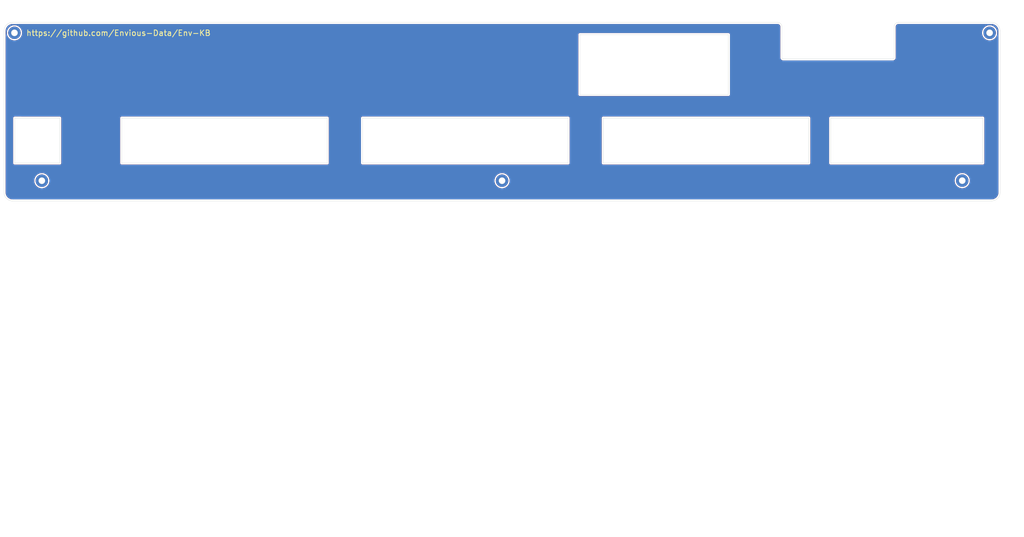
<source format=kicad_pcb>
(kicad_pcb (version 20171130) (host pcbnew "(5.1.10)-1")

  (general
    (thickness 1.6)
    (drawings 95)
    (tracks 0)
    (zones 0)
    (modules 10)
    (nets 1)
  )

  (page USLedger)
  (title_block
    (title EnvKB)
    (date 2021-04-06)
    (rev Rev.1)
  )

  (layers
    (0 F.Cu signal)
    (31 B.Cu signal)
    (32 B.Adhes user)
    (33 F.Adhes user)
    (34 B.Paste user)
    (35 F.Paste user)
    (36 B.SilkS user)
    (37 F.SilkS user)
    (38 B.Mask user)
    (39 F.Mask user)
    (40 Dwgs.User user)
    (41 Cmts.User user)
    (42 Eco1.User user)
    (43 Eco2.User user)
    (44 Edge.Cuts user)
    (45 Margin user)
    (46 B.CrtYd user)
    (47 F.CrtYd user)
    (48 B.Fab user)
    (49 F.Fab user)
  )

  (setup
    (last_trace_width 0.25)
    (user_trace_width 0.127)
    (user_trace_width 0.127)
    (user_trace_width 0.127)
    (user_trace_width 0.35)
    (user_trace_width 0.35)
    (user_trace_width 0.35)
    (user_trace_width 0.5)
    (user_trace_width 0.5)
    (user_trace_width 0.5)
    (user_trace_width 1)
    (user_trace_width 1)
    (user_trace_width 1)
    (user_trace_width 1.1938)
    (user_trace_width 1.1938)
    (user_trace_width 1.1938)
    (trace_clearance 0.2)
    (zone_clearance 0.508)
    (zone_45_only yes)
    (trace_min 0.127)
    (via_size 0.8)
    (via_drill 0.4)
    (via_min_size 0.4)
    (via_min_drill 0.3)
    (uvia_size 0.3)
    (uvia_drill 0.1)
    (uvias_allowed no)
    (uvia_min_size 0.2)
    (uvia_min_drill 0.1)
    (edge_width 0.1)
    (segment_width 0.2)
    (pcb_text_width 0.3)
    (pcb_text_size 1.5 1.5)
    (mod_edge_width 0.12)
    (mod_text_size 1 1)
    (mod_text_width 0.15)
    (pad_size 2.2 2.2)
    (pad_drill 2.2)
    (pad_to_mask_clearance 0.051)
    (solder_mask_min_width 0.25)
    (aux_axis_origin 386.53 59.68)
    (grid_origin 330.025 107.9998)
    (visible_elements 7FFFFFFF)
    (pcbplotparams
      (layerselection 0x010fc_ffffffff)
      (usegerberextensions true)
      (usegerberattributes false)
      (usegerberadvancedattributes false)
      (creategerberjobfile false)
      (excludeedgelayer true)
      (linewidth 0.150000)
      (plotframeref false)
      (viasonmask false)
      (mode 1)
      (useauxorigin false)
      (hpglpennumber 1)
      (hpglpenspeed 20)
      (hpglpendiameter 15.000000)
      (psnegative false)
      (psa4output false)
      (plotreference true)
      (plotvalue false)
      (plotinvisibletext false)
      (padsonsilk false)
      (subtractmaskfromsilk true)
      (outputformat 1)
      (mirror false)
      (drillshape 0)
      (scaleselection 1)
      (outputdirectory "_gbr/"))
  )

  (net 0 "")

  (net_class Default "This is the default net class."
    (clearance 0.2)
    (trace_width 0.25)
    (via_dia 0.8)
    (via_drill 0.4)
    (uvia_dia 0.3)
    (uvia_drill 0.1)
  )

  (net_class DIFF ""
    (clearance 0.127)
    (trace_width 0.25)
    (via_dia 0.8)
    (via_drill 0.4)
    (uvia_dia 0.3)
    (uvia_drill 0.1)
    (diff_pair_width 1.1938)
    (diff_pair_gap 0.1778)
  )

  (module MountingHole:MountingHole_2.2mm_M2_Pad (layer F.Cu) (tedit 56D1B4CB) (tstamp 60F29A5C)
    (at 385.83 63.38)
    (descr "Mounting Hole 2.2mm, M2")
    (tags "mounting hole 2.2mm m2")
    (path /605BD366)
    (attr virtual)
    (fp_text reference H1 (at 0 -3.2) (layer Dwgs.User)
      (effects (font (size 1 1) (thickness 0.15)))
    )
    (fp_text value MountingHole (at 0 3.2) (layer F.Fab)
      (effects (font (size 1 1) (thickness 0.15)))
    )
    (fp_circle (center 0 0) (end 2.2 0) (layer Cmts.User) (width 0.15))
    (fp_circle (center 0 0) (end 2.45 0) (layer F.CrtYd) (width 0.05))
    (fp_text user %R (at 0.3 0) (layer F.Fab)
      (effects (font (size 1 1) (thickness 0.15)))
    )
    (pad 1 thru_hole circle (at 0 0) (size 4.4 4.4) (drill 2.2) (layers *.Cu *.Mask))
  )

  (module MountingHole:MountingHole_2.2mm_M2_Pad (layer F.Cu) (tedit 56D1B4CB) (tstamp 60F299F3)
    (at 38.63 63.38)
    (descr "Mounting Hole 2.2mm, M2")
    (tags "mounting hole 2.2mm m2")
    (path /605938C3)
    (attr virtual)
    (fp_text reference H0 (at 0 -3.2) (layer Dwgs.User)
      (effects (font (size 1 1) (thickness 0.15)))
    )
    (fp_text value MountingHole (at 0 3.2) (layer F.Fab)
      (effects (font (size 1 1) (thickness 0.15)))
    )
    (fp_circle (center 0 0) (end 2.2 0) (layer Cmts.User) (width 0.15))
    (fp_circle (center 0 0) (end 2.45 0) (layer F.CrtYd) (width 0.05))
    (fp_text user %R (at 0.3 0) (layer F.Fab)
      (effects (font (size 1 1) (thickness 0.15)))
    )
    (pad 1 thru_hole circle (at 0 0) (size 4.4 4.4) (drill 2.2) (layers *.Cu *.Mask))
  )

  (module MountingHole:MountingHole_2.2mm_M2_Pad (layer F.Cu) (tedit 56D1B4CB) (tstamp 60F29A86)
    (at 48.38 116.08)
    (descr "Mounting Hole 2.2mm, M2")
    (tags "mounting hole 2.2mm m2")
    (path /60717F95)
    (attr virtual)
    (fp_text reference H9 (at 0 -3.2) (layer Dwgs.User)
      (effects (font (size 1 1) (thickness 0.15)))
    )
    (fp_text value MountingHole (at 0 3.2) (layer F.Fab)
      (effects (font (size 1 1) (thickness 0.15)))
    )
    (fp_circle (center 0 0) (end 2.2 0) (layer Cmts.User) (width 0.15))
    (fp_circle (center 0 0) (end 2.45 0) (layer F.CrtYd) (width 0.05))
    (fp_text user %R (at 0.3 0) (layer F.Fab)
      (effects (font (size 1 1) (thickness 0.15)))
    )
    (pad 1 thru_hole circle (at 0 0) (size 4.4 4.4) (drill 2.2) (layers *.Cu *.Mask))
  )

  (module MountingHole:MountingHole_2.2mm_M2_Pad (layer F.Cu) (tedit 56D1B4CB) (tstamp 60C4E07C)
    (at 212.225 116.085)
    (descr "Mounting Hole 2.2mm, M2")
    (tags "mounting hole 2.2mm m2")
    (path /60748B43)
    (attr virtual)
    (fp_text reference H6 (at 0 -3.2) (layer Dwgs.User)
      (effects (font (size 1 1) (thickness 0.15)))
    )
    (fp_text value MountingHole (at 0 3.2) (layer F.Fab)
      (effects (font (size 1 1) (thickness 0.15)))
    )
    (fp_circle (center 0 0) (end 2.45 0) (layer F.CrtYd) (width 0.05))
    (fp_circle (center 0 0) (end 2.2 0) (layer Cmts.User) (width 0.15))
    (fp_text user %R (at 0.3 0) (layer F.Fab)
      (effects (font (size 1 1) (thickness 0.15)))
    )
    (pad 1 thru_hole circle (at 0 0) (size 4.4 4.4) (drill 2.2) (layers *.Cu *.Mask))
  )

  (module MountingHole:MountingHole_2.2mm_M2_Pad (layer F.Cu) (tedit 56D1B4CB) (tstamp 60F29A71)
    (at 212.23 116.08)
    (descr "Mounting Hole 2.2mm, M2")
    (tags "mounting hole 2.2mm m2")
    (path /60748B43)
    (attr virtual)
    (fp_text reference H6 (at 0 -3.2) (layer Dwgs.User)
      (effects (font (size 1 1) (thickness 0.15)))
    )
    (fp_text value MountingHole (at 0 3.2) (layer F.Fab)
      (effects (font (size 1 1) (thickness 0.15)))
    )
    (fp_circle (center 0 0) (end 2.2 0) (layer Cmts.User) (width 0.15))
    (fp_circle (center 0 0) (end 2.45 0) (layer F.CrtYd) (width 0.05))
    (fp_text user %R (at 0.3 0) (layer F.Fab)
      (effects (font (size 1 1) (thickness 0.15)))
    )
    (pad 1 thru_hole circle (at 0 0) (size 4.4 4.4) (drill 2.2) (layers *.Cu *.Mask))
  )

  (module MountingHole:MountingHole_2.2mm_M2_Pad (layer F.Cu) (tedit 56D1B4CB) (tstamp 60F29A32)
    (at 376.08 116.055)
    (descr "Mounting Hole 2.2mm, M2")
    (tags "mounting hole 2.2mm m2")
    (path /607429B3)
    (attr virtual)
    (fp_text reference H10 (at 0 -3.2) (layer Dwgs.User)
      (effects (font (size 1 1) (thickness 0.15)))
    )
    (fp_text value MountingHole (at 0 3.2) (layer F.Fab)
      (effects (font (size 1 1) (thickness 0.15)))
    )
    (fp_circle (center 0 0) (end 2.2 0) (layer Cmts.User) (width 0.15))
    (fp_circle (center 0 0) (end 2.45 0) (layer F.CrtYd) (width 0.05))
    (fp_text user %R (at 0.3 0) (layer F.Fab)
      (effects (font (size 1 1) (thickness 0.15)))
    )
    (pad 1 thru_hole circle (at 0 0) (size 4.4 4.4) (drill 2.2) (layers *.Cu *.Mask))
  )

  (module MountingHole:MountingHole_2.2mm_M2_Pad (layer F.Cu) (tedit 56D1B4CB) (tstamp 60C4E08E)
    (at 385.825 63.385)
    (descr "Mounting Hole 2.2mm, M2")
    (tags "mounting hole 2.2mm m2")
    (path /605BD366)
    (attr virtual)
    (fp_text reference H1 (at 0 -3.2) (layer Dwgs.User)
      (effects (font (size 1 1) (thickness 0.15)))
    )
    (fp_text value MountingHole (at 0 3.2) (layer F.Fab)
      (effects (font (size 1 1) (thickness 0.15)))
    )
    (fp_circle (center 0 0) (end 2.45 0) (layer F.CrtYd) (width 0.05))
    (fp_circle (center 0 0) (end 2.2 0) (layer Cmts.User) (width 0.15))
    (fp_text user %R (at 0.3 0) (layer F.Fab)
      (effects (font (size 1 1) (thickness 0.15)))
    )
    (pad 1 thru_hole circle (at 0 0) (size 4.4 4.4) (drill 2.2) (layers *.Cu *.Mask))
  )

  (module MountingHole:MountingHole_2.2mm_M2_Pad (layer F.Cu) (tedit 56D1B4CB) (tstamp 60C4E034)
    (at 38.625 63.385)
    (descr "Mounting Hole 2.2mm, M2")
    (tags "mounting hole 2.2mm m2")
    (path /605938C3)
    (attr virtual)
    (fp_text reference H0 (at 0 -3.2) (layer Dwgs.User)
      (effects (font (size 1 1) (thickness 0.15)))
    )
    (fp_text value MountingHole (at 0 3.2) (layer F.Fab)
      (effects (font (size 1 1) (thickness 0.15)))
    )
    (fp_circle (center 0 0) (end 2.45 0) (layer F.CrtYd) (width 0.05))
    (fp_circle (center 0 0) (end 2.2 0) (layer Cmts.User) (width 0.15))
    (fp_text user %R (at 0.3 0) (layer F.Fab)
      (effects (font (size 1 1) (thickness 0.15)))
    )
    (pad 1 thru_hole circle (at 0 0) (size 4.4 4.4) (drill 2.2) (layers *.Cu *.Mask))
  )

  (module MountingHole:MountingHole_2.2mm_M2_Pad (layer F.Cu) (tedit 56D1B4CB) (tstamp 60C4E022)
    (at 48.375 116.085)
    (descr "Mounting Hole 2.2mm, M2")
    (tags "mounting hole 2.2mm m2")
    (path /60717F95)
    (attr virtual)
    (fp_text reference H9 (at 0 -3.2) (layer Dwgs.User)
      (effects (font (size 1 1) (thickness 0.15)))
    )
    (fp_text value MountingHole (at 0 3.2) (layer F.Fab)
      (effects (font (size 1 1) (thickness 0.15)))
    )
    (fp_circle (center 0 0) (end 2.45 0) (layer F.CrtYd) (width 0.05))
    (fp_circle (center 0 0) (end 2.2 0) (layer Cmts.User) (width 0.15))
    (fp_text user %R (at 0.3 0) (layer F.Fab)
      (effects (font (size 1 1) (thickness 0.15)))
    )
    (pad 1 thru_hole circle (at 0 0) (size 4.4 4.4) (drill 2.2) (layers *.Cu *.Mask))
  )

  (module MountingHole:MountingHole_2.2mm_M2_Pad (layer F.Cu) (tedit 56D1B4CB) (tstamp 60C54AD2)
    (at 376.075 116.06)
    (descr "Mounting Hole 2.2mm, M2")
    (tags "mounting hole 2.2mm m2")
    (path /607429B3)
    (attr virtual)
    (fp_text reference H10 (at 0 -3.2) (layer Dwgs.User)
      (effects (font (size 1 1) (thickness 0.15)))
    )
    (fp_text value MountingHole (at 0 3.2) (layer F.Fab)
      (effects (font (size 1 1) (thickness 0.15)))
    )
    (fp_circle (center 0 0) (end 2.45 0) (layer F.CrtYd) (width 0.05))
    (fp_circle (center 0 0) (end 2.2 0) (layer Cmts.User) (width 0.15))
    (fp_text user %R (at 0.3 0) (layer F.Fab)
      (effects (font (size 1 1) (thickness 0.15)))
    )
    (pad 1 thru_hole circle (at 0 0) (size 4.4 4.4) (drill 2.2) (layers *.Cu *.Mask))
  )

  (gr_line (start 329.225 93.7498) (end 329.225 109.7998) (layer Edge.Cuts) (width 0.1))
  (gr_line (start 383.4 109.7998) (end 329.225 109.7998) (layer Edge.Cuts) (width 0.1) (tstamp 60FA84A6))
  (gr_line (start 383.4 109.7998) (end 383.397 93.750001) (layer Edge.Cuts) (width 0.1) (tstamp 60FA84A5))
  (gr_line (start 383.397 93.750001) (end 329.225 93.7498) (layer Edge.Cuts) (width 0.1) (tstamp 60FA84A3))
  (dimension 0.8 (width 0.1) (layer Dwgs.User)
    (gr_text "0.800 mm" (at 329.625 109.975002) (layer Dwgs.User)
      (effects (font (size 1 1) (thickness 0.15)))
    )
    (feature1 (pts (xy 329.225 107.9998) (xy 329.225 109.311423)))
    (feature2 (pts (xy 330.025 107.9998) (xy 330.025 109.311423)))
    (crossbar (pts (xy 330.025 108.725002) (xy 329.225 108.725002)))
    (arrow1a (pts (xy 329.225 108.725002) (xy 330.351504 108.138581)))
    (arrow1b (pts (xy 329.225 108.725002) (xy 330.351504 109.311423)))
    (arrow2a (pts (xy 330.025 108.725002) (xy 328.898496 108.138581)))
    (arrow2b (pts (xy 330.025 108.725002) (xy 328.898496 109.311423)))
  )
  (dimension 0.799801 (width 0.1) (layer Dwgs.User)
    (gr_text "0.800 mm" (at 379.1225 109.400101 270) (layer Dwgs.User)
      (effects (font (size 1 1) (thickness 0.15)))
    )
    (feature1 (pts (xy 381.5975 109.800002) (xy 379.786079 109.800002)))
    (feature2 (pts (xy 381.5975 109.000201) (xy 379.786079 109.000201)))
    (crossbar (pts (xy 380.3725 109.000201) (xy 380.3725 109.800002)))
    (arrow1a (pts (xy 380.3725 109.800002) (xy 379.786079 108.673498)))
    (arrow1b (pts (xy 380.3725 109.800002) (xy 380.958921 108.673498)))
    (arrow2a (pts (xy 380.3725 109.000201) (xy 379.786079 110.126705)))
    (arrow2b (pts (xy 380.3725 109.000201) (xy 380.958921 110.126705)))
  )
  (dimension 0.799801 (width 0.1) (layer Dwgs.User)
    (gr_text "0.800 mm" (at 382.997599 97.475002) (layer Dwgs.User)
      (effects (font (size 1 1) (thickness 0.15)))
    )
    (feature1 (pts (xy 383.3975 95.550201) (xy 383.3975 96.811423)))
    (feature2 (pts (xy 382.597699 95.550201) (xy 382.597699 96.811423)))
    (crossbar (pts (xy 382.597699 96.225002) (xy 383.3975 96.225002)))
    (arrow1a (pts (xy 383.3975 96.225002) (xy 382.270996 96.811423)))
    (arrow1b (pts (xy 383.3975 96.225002) (xy 382.270996 95.638581)))
    (arrow2a (pts (xy 382.597699 96.225002) (xy 383.724203 96.811423)))
    (arrow2b (pts (xy 382.597699 96.225002) (xy 383.724203 95.638581)))
  )
  (dimension 0.8 (width 0.1) (layer Dwgs.User)
    (gr_text "0.800 mm" (at 378.3725 94.150002 90) (layer Dwgs.User)
      (effects (font (size 1 1) (thickness 0.15)))
    )
    (feature1 (pts (xy 381.5975 93.750002) (xy 379.036079 93.750002)))
    (feature2 (pts (xy 381.5975 94.550002) (xy 379.036079 94.550002)))
    (crossbar (pts (xy 379.6225 94.550002) (xy 379.6225 93.750002)))
    (arrow1a (pts (xy 379.6225 93.750002) (xy 380.208921 94.876506)))
    (arrow1b (pts (xy 379.6225 93.750002) (xy 379.036079 94.876506)))
    (arrow2a (pts (xy 379.6225 94.550002) (xy 380.208921 93.423498)))
    (arrow2b (pts (xy 379.6225 94.550002) (xy 379.036079 93.423498)))
  )
  (gr_line (start 321.449499 109.79) (end 248.257 109.79) (layer Edge.Cuts) (width 0.1) (tstamp 60FA8438))
  (gr_line (start 321.449499 109.79) (end 321.447 93.750001) (layer Edge.Cuts) (width 0.1) (tstamp 60FA8431))
  (gr_line (start 321.447 93.750001) (end 248.257 93.750001) (layer Edge.Cuts) (width 0.1) (tstamp 60FA842E))
  (gr_line (start 248.257 109.79) (end 248.257 93.750001) (layer Edge.Cuts) (width 0.1) (tstamp 60FA842B))
  (gr_line (start 235.747 93.750001) (end 162.557 93.750001) (layer Edge.Cuts) (width 0.1) (tstamp 60FA83F9))
  (gr_line (start 235.749499 109.79) (end 162.557 109.79) (layer Edge.Cuts) (width 0.1) (tstamp 60FA83F8))
  (dimension 0.799801 (width 0.01) (layer Dwgs.User) (tstamp 60FA83F6)
    (gr_text "0.800 mm" (at 235.347099 93.475001) (layer Dwgs.User) (tstamp 60FA83F7)
      (effects (font (size 0.1 0.1) (thickness 0.001)))
    )
    (feature1 (pts (xy 235.747 95.5502) (xy 235.747 94.13858)))
    (feature2 (pts (xy 234.947199 95.5502) (xy 234.947199 94.13858)))
    (crossbar (pts (xy 234.947199 94.725001) (xy 235.747 94.725001)))
    (arrow1a (pts (xy 235.747 94.725001) (xy 234.620496 95.311422)))
    (arrow1b (pts (xy 235.747 94.725001) (xy 234.620496 94.13858)))
    (arrow2a (pts (xy 234.947199 94.725001) (xy 236.073703 95.311422)))
    (arrow2b (pts (xy 234.947199 94.725001) (xy 236.073703 94.13858)))
  )
  (gr_line (start 235.749499 109.79) (end 235.747 93.750001) (layer Edge.Cuts) (width 0.1) (tstamp 60FA83F5))
  (dimension 0.799801 (width 0.01) (layer Dwgs.User) (tstamp 60FA83F3)
    (gr_text "0.800 mm" (at 236.022199 94.1501 90) (layer Dwgs.User) (tstamp 60FA83F4)
      (effects (font (size 0.1 0.1) (thickness 0.001)))
    )
    (feature1 (pts (xy 233.947 94.550001) (xy 235.35862 94.550001)))
    (feature2 (pts (xy 233.947 93.7502) (xy 235.35862 93.7502)))
    (crossbar (pts (xy 234.772199 93.7502) (xy 234.772199 94.550001)))
    (arrow1a (pts (xy 234.772199 94.550001) (xy 234.185778 93.423497)))
    (arrow1b (pts (xy 234.772199 94.550001) (xy 235.35862 93.423497)))
    (arrow2a (pts (xy 234.772199 93.7502) (xy 234.185778 94.876704)))
    (arrow2b (pts (xy 234.772199 93.7502) (xy 235.35862 94.876704)))
  )
  (gr_line (start 162.557 109.79) (end 162.557 93.750001) (layer Edge.Cuts) (width 0.1) (tstamp 60FA83F2))
  (dimension 0.799801 (width 0.1) (layer Dwgs.User) (tstamp 60FA83F0)
    (gr_text "0.800 mm" (at 167.107 94.149901 90) (layer Dwgs.User) (tstamp 60FA83F1)
      (effects (font (size 1 1) (thickness 0.15)))
    )
    (feature1 (pts (xy 164.357199 93.750001) (xy 166.443421 93.750001)))
    (feature2 (pts (xy 164.357199 94.549802) (xy 166.443421 94.549802)))
    (crossbar (pts (xy 165.857 94.549802) (xy 165.857 93.750001)))
    (arrow1a (pts (xy 165.857 93.750001) (xy 166.443421 94.876505)))
    (arrow1b (pts (xy 165.857 93.750001) (xy 165.270579 94.876505)))
    (arrow2a (pts (xy 165.857 94.549802) (xy 166.443421 93.423298)))
    (arrow2b (pts (xy 165.857 94.549802) (xy 165.270579 93.423298)))
  )
  (dimension 0.8 (width 0.1) (layer Dwgs.User) (tstamp 60FA83EE)
    (gr_text "0.800 mm" (at 162.957 97.700001) (layer Dwgs.User) (tstamp 60FA83EF)
      (effects (font (size 1 1) (thickness 0.15)))
    )
    (feature1 (pts (xy 162.557 95.550001) (xy 162.557 97.036422)))
    (feature2 (pts (xy 163.357 95.550001) (xy 163.357 97.036422)))
    (crossbar (pts (xy 163.357 96.450001) (xy 162.557 96.450001)))
    (arrow1a (pts (xy 162.557 96.450001) (xy 163.683504 95.86358)))
    (arrow1b (pts (xy 162.557 96.450001) (xy 163.683504 97.036422)))
    (arrow2a (pts (xy 163.357 96.450001) (xy 162.230496 95.86358)))
    (arrow2b (pts (xy 163.357 96.450001) (xy 162.230496 97.036422)))
  )
  (dimension 0.799801 (width 0.1) (layer Dwgs.User)
    (gr_text "0.800 mm" (at 235.347599 97.290002) (layer Dwgs.User)
      (effects (font (size 1 1) (thickness 0.15)))
    )
    (feature1 (pts (xy 235.7475 95.550201) (xy 235.7475 96.626423)))
    (feature2 (pts (xy 234.947699 95.550201) (xy 234.947699 96.626423)))
    (crossbar (pts (xy 234.947699 96.040002) (xy 235.7475 96.040002)))
    (arrow1a (pts (xy 235.7475 96.040002) (xy 234.620996 96.626423)))
    (arrow1b (pts (xy 235.7475 96.040002) (xy 234.620996 95.453581)))
    (arrow2a (pts (xy 234.947699 96.040002) (xy 236.074203 96.626423)))
    (arrow2b (pts (xy 234.947699 96.040002) (xy 236.074203 95.453581)))
  )
  (dimension 0.8 (width 0.1) (layer Dwgs.User)
    (gr_text "0.800 mm" (at 229.9875 94.150002 90) (layer Dwgs.User)
      (effects (font (size 1 1) (thickness 0.15)))
    )
    (feature1 (pts (xy 233.9475 93.750002) (xy 230.651079 93.750002)))
    (feature2 (pts (xy 233.9475 94.550002) (xy 230.651079 94.550002)))
    (crossbar (pts (xy 231.2375 94.550002) (xy 231.2375 93.750002)))
    (arrow1a (pts (xy 231.2375 93.750002) (xy 231.823921 94.876506)))
    (arrow1b (pts (xy 231.2375 93.750002) (xy 230.651079 94.876506)))
    (arrow2a (pts (xy 231.2375 94.550002) (xy 231.823921 93.423498)))
    (arrow2b (pts (xy 231.2375 94.550002) (xy 230.651079 93.423498)))
  )
  (gr_line (start 76.81 109.79) (end 76.81 93.750001) (layer Edge.Cuts) (width 0.1))
  (dimension 0.799801 (width 0.1) (layer Dwgs.User)
    (gr_text "0.800 mm" (at 81.36 94.149901 90) (layer Dwgs.User)
      (effects (font (size 1 1) (thickness 0.15)))
    )
    (feature1 (pts (xy 78.610199 93.750001) (xy 80.696421 93.750001)))
    (feature2 (pts (xy 78.610199 94.549802) (xy 80.696421 94.549802)))
    (crossbar (pts (xy 80.11 94.549802) (xy 80.11 93.750001)))
    (arrow1a (pts (xy 80.11 93.750001) (xy 80.696421 94.876505)))
    (arrow1b (pts (xy 80.11 93.750001) (xy 79.523579 94.876505)))
    (arrow2a (pts (xy 80.11 94.549802) (xy 80.696421 93.423298)))
    (arrow2b (pts (xy 80.11 94.549802) (xy 79.523579 93.423298)))
  )
  (dimension 0.8 (width 0.1) (layer Dwgs.User)
    (gr_text "0.800 mm" (at 77.21 97.700001) (layer Dwgs.User)
      (effects (font (size 1 1) (thickness 0.15)))
    )
    (feature1 (pts (xy 76.81 95.550001) (xy 76.81 97.036422)))
    (feature2 (pts (xy 77.61 95.550001) (xy 77.61 97.036422)))
    (crossbar (pts (xy 77.61 96.450001) (xy 76.81 96.450001)))
    (arrow1a (pts (xy 76.81 96.450001) (xy 77.936504 95.86358)))
    (arrow1b (pts (xy 76.81 96.450001) (xy 77.936504 97.036422)))
    (arrow2a (pts (xy 77.61 96.450001) (xy 76.483496 95.86358)))
    (arrow2b (pts (xy 77.61 96.450001) (xy 76.483496 97.036422)))
  )
  (gr_line (start 150.002499 109.79) (end 150 93.750001) (layer Edge.Cuts) (width 0.1) (tstamp 60FA82AF))
  (gr_line (start 150 93.750001) (end 76.81 93.750001) (layer Edge.Cuts) (width 0.1) (tstamp 60FA82AE))
  (gr_line (start 150.002499 109.79) (end 76.81 109.79) (layer Edge.Cuts) (width 0.1) (tstamp 60FA82AD))
  (gr_line (start 54.747499 109.805) (end 54.747499 93.764) (layer Edge.Cuts) (width 0.1))
  (gr_line (start 54.747499 93.764) (end 38.707499 93.760001) (layer Edge.Cuts) (width 0.1))
  (gr_line (start 38.707499 93.760001) (end 38.707499 109.805) (layer Edge.Cuts) (width 0.1))
  (gr_line (start 54.747499 109.805) (end 38.707499 109.805) (layer Edge.Cuts) (width 0.1))
  (dimension 0.799801 (width 0.01) (layer Dwgs.User) (tstamp 60FA81D1)
    (gr_text "0.800 mm" (at 150.275199 94.1501 90) (layer Dwgs.User) (tstamp 60FA81D2)
      (effects (font (size 0.1 0.1) (thickness 0.001)))
    )
    (feature1 (pts (xy 148.2 94.550001) (xy 149.61162 94.550001)))
    (feature2 (pts (xy 148.2 93.7502) (xy 149.61162 93.7502)))
    (crossbar (pts (xy 149.025199 93.7502) (xy 149.025199 94.550001)))
    (arrow1a (pts (xy 149.025199 94.550001) (xy 148.438778 93.423497)))
    (arrow1b (pts (xy 149.025199 94.550001) (xy 149.61162 93.423497)))
    (arrow2a (pts (xy 149.025199 93.7502) (xy 148.438778 94.876704)))
    (arrow2b (pts (xy 149.025199 93.7502) (xy 149.61162 94.876704)))
  )
  (dimension 0.799801 (width 0.01) (layer Dwgs.User)
    (gr_text "0.800 mm" (at 149.600099 93.475001) (layer Dwgs.User)
      (effects (font (size 0.1 0.1) (thickness 0.001)))
    )
    (feature1 (pts (xy 150 95.5502) (xy 150 94.13858)))
    (feature2 (pts (xy 149.200199 95.5502) (xy 149.200199 94.13858)))
    (crossbar (pts (xy 149.200199 94.725001) (xy 150 94.725001)))
    (arrow1a (pts (xy 150 94.725001) (xy 148.873496 95.311422)))
    (arrow1b (pts (xy 150 94.725001) (xy 148.873496 94.13858)))
    (arrow2a (pts (xy 149.200199 94.725001) (xy 150.326703 95.311422)))
    (arrow2b (pts (xy 149.200199 94.725001) (xy 150.326703 94.13858)))
  )
  (gr_arc (start 351.355 72.18) (end 351.355 72.68) (angle -90) (layer Edge.Cuts) (width 0.1) (tstamp 60F20484))
  (gr_arc (start 312.355 72.18) (end 311.855 72.18) (angle -90) (layer Edge.Cuts) (width 0.1))
  (gr_arc (start 310.355 61.18) (end 311.858329 61.18) (angle -90) (layer Edge.Cuts) (width 0.1) (tstamp 60F20445))
  (gr_arc (start 353.355 61.18) (end 353.355 59.676671) (angle -90) (layer Edge.Cuts) (width 0.1))
  (gr_line (start 386.53 59.68) (end 353.355 59.676671) (layer Edge.Cuts) (width 0.1) (tstamp 60F202F4))
  (gr_line (start 351.851671 61.18) (end 351.855 72.18) (layer Edge.Cuts) (width 0.1))
  (gr_line (start 312.355 72.68) (end 351.355 72.68) (layer Edge.Cuts) (width 0.1))
  (dimension 40 (width 0.1) (layer Dwgs.User)
    (gr_text "40.000 mm" (at 331.855 53.605) (layer Dwgs.User)
      (effects (font (size 1 1) (thickness 0.15)))
    )
    (feature1 (pts (xy 351.855 59.68) (xy 351.855 54.268579)))
    (feature2 (pts (xy 311.855 59.68) (xy 311.855 54.268579)))
    (crossbar (pts (xy 311.855 54.855) (xy 351.855 54.855)))
    (arrow1a (pts (xy 351.855 54.855) (xy 350.728496 55.441421)))
    (arrow1b (pts (xy 351.855 54.855) (xy 350.728496 54.268579)))
    (arrow2a (pts (xy 311.855 54.855) (xy 312.981504 55.441421)))
    (arrow2b (pts (xy 311.855 54.855) (xy 312.981504 54.268579)))
  )
  (gr_line (start 311.858329 61.18) (end 311.855 72.18) (layer Edge.Cuts) (width 0.1))
  (dimension 0.5 (width 0.1) (layer Dwgs.User)
    (gr_text "0.500 mm" (at 312.105 57.83) (layer Dwgs.User)
      (effects (font (size 1 1) (thickness 0.15)))
    )
    (feature1 (pts (xy 311.855 60.155) (xy 311.855 58.493579)))
    (feature2 (pts (xy 312.355 60.155) (xy 312.355 58.493579)))
    (crossbar (pts (xy 312.355 59.08) (xy 311.855 59.08)))
    (arrow1a (pts (xy 311.855 59.08) (xy 312.981504 58.493579)))
    (arrow1b (pts (xy 311.855 59.08) (xy 312.981504 59.666421)))
    (arrow2a (pts (xy 312.355 59.08) (xy 311.228496 58.493579)))
    (arrow2b (pts (xy 312.355 59.08) (xy 311.228496 59.666421)))
  )
  (dimension 13 (width 0.1) (layer Dwgs.User)
    (gr_text "13.000 mm" (at 310.18 66.18 270) (layer Dwgs.User)
      (effects (font (size 1 1) (thickness 0.15)))
    )
    (feature1 (pts (xy 312.03 72.68) (xy 310.843579 72.68)))
    (feature2 (pts (xy 312.03 59.68) (xy 310.843579 59.68)))
    (crossbar (pts (xy 311.43 59.68) (xy 311.43 72.68)))
    (arrow1a (pts (xy 311.43 72.68) (xy 310.843579 71.553496)))
    (arrow1b (pts (xy 311.43 72.68) (xy 312.016421 71.553496)))
    (arrow2a (pts (xy 311.43 59.68) (xy 310.843579 60.806504)))
    (arrow2b (pts (xy 311.43 59.68) (xy 312.016421 60.806504)))
  )
  (gr_arc (start 386.53 120.28) (end 386.53 123.28) (angle -90) (layer Edge.Cuts) (width 0.1) (tstamp 60F1FFF0))
  (gr_arc (start 37.93 120.28) (end 34.93 120.28) (angle -90) (layer Edge.Cuts) (width 0.1) (tstamp 60F1FFDF))
  (gr_line (start 37.93 123.28) (end 386.53 123.28) (layer Edge.Cuts) (width 0.1))
  (dimension 0.22 (width 0.01) (layer Dwgs.User)
    (gr_text "0.220 mm" (at 374.76 123.17 270) (layer Dwgs.User)
      (effects (font (size 0.1 0.1) (thickness 0.025)))
    )
    (feature1 (pts (xy 376.075 123.28) (xy 374.308579 123.28)))
    (feature2 (pts (xy 376.075 123.06) (xy 374.308579 123.06)))
    (crossbar (pts (xy 374.895 123.06) (xy 374.895 123.28)))
    (arrow1a (pts (xy 374.895 123.28) (xy 374.308579 122.153496)))
    (arrow1b (pts (xy 374.895 123.28) (xy 375.481421 122.153496)))
    (arrow2a (pts (xy 374.895 123.06) (xy 374.308579 124.186504)))
    (arrow2b (pts (xy 374.895 123.06) (xy 375.481421 124.186504)))
  )
  (dimension 7 (width 0.1) (layer Dwgs.User) (tstamp 60F1FE71)
    (gr_text "7.000 mm" (at 381.975 119.56 90) (layer Dwgs.User) (tstamp 60F1FE71)
      (effects (font (size 1 1) (thickness 0.15)))
    )
    (feature1 (pts (xy 376.075 123.06) (xy 381.311421 123.06)))
    (feature2 (pts (xy 376.075 116.06) (xy 381.311421 116.06)))
    (crossbar (pts (xy 380.725 116.06) (xy 380.725 123.06)))
    (arrow1a (pts (xy 380.725 123.06) (xy 380.138579 121.933496)))
    (arrow1b (pts (xy 380.725 123.06) (xy 381.311421 121.933496)))
    (arrow2a (pts (xy 380.725 116.06) (xy 380.138579 117.186504)))
    (arrow2b (pts (xy 380.725 116.06) (xy 381.311421 117.186504)))
  )
  (dimension 7 (width 0.1) (layer Dwgs.User)
    (gr_text "7.000 mm" (at 370.175 112.56 90) (layer Dwgs.User)
      (effects (font (size 1 1) (thickness 0.15)))
    )
    (feature1 (pts (xy 376.075 109.06) (xy 370.838579 109.06)))
    (feature2 (pts (xy 376.075 116.06) (xy 370.838579 116.06)))
    (crossbar (pts (xy 371.425 116.06) (xy 371.425 109.06)))
    (arrow1a (pts (xy 371.425 109.06) (xy 372.011421 110.186504)))
    (arrow1b (pts (xy 371.425 109.06) (xy 370.838579 110.186504)))
    (arrow2a (pts (xy 371.425 116.06) (xy 372.011421 114.933496)))
    (arrow2b (pts (xy 371.425 116.06) (xy 370.838579 114.933496)))
  )
  (gr_circle (center 38.625 63.385) (end 39.775 63.385) (layer Edge.Cuts) (width 0.1) (tstamp 60EF47CD))
  (gr_circle (center 385.825 63.385) (end 386.975 63.385) (layer Edge.Cuts) (width 0.1) (tstamp 60EF47CB))
  (gr_circle (center 376.075 116.06) (end 377.225 116.06) (layer Edge.Cuts) (width 0.1) (tstamp 60EF47C4))
  (gr_circle (center 212.225 116.085) (end 213.375 116.085) (layer Edge.Cuts) (width 0.1) (tstamp 60EF47C2))
  (gr_circle (center 48.375 116.085) (end 49.525 116.085) (layer Edge.Cuts) (width 0.1) (tstamp 60EF47C0))
  (gr_line (start 357.125 161.71) (end 357.125 180.51) (layer Dwgs.User) (width 0.1))
  (gr_line (start 391.525 168.46) (end 324.825 168.46) (layer Dwgs.User) (width 0.1))
  (dimension 9.525 (width 0.1) (layer Dwgs.User)
    (gr_text "9.525 mm" (at 396.65 173.2225 90) (layer Dwgs.User)
      (effects (font (size 1 1) (thickness 0.15)))
    )
    (feature1 (pts (xy 391.525 168.46) (xy 395.986421 168.46)))
    (feature2 (pts (xy 391.525 177.985) (xy 395.986421 177.985)))
    (crossbar (pts (xy 395.4 177.985) (xy 395.4 168.46)))
    (arrow1a (pts (xy 395.4 168.46) (xy 395.986421 169.586504)))
    (arrow1b (pts (xy 395.4 168.46) (xy 394.813579 169.586504)))
    (arrow2a (pts (xy 395.4 177.985) (xy 395.986421 176.858496)))
    (arrow2b (pts (xy 395.4 177.985) (xy 394.813579 176.858496)))
  )
  (dimension 19.05 (width 0.1) (layer Dwgs.User)
    (gr_text "19.050 mm" (at 392.775 168.46 90) (layer Dwgs.User)
      (effects (font (size 1 1) (thickness 0.15)))
    )
    (feature1 (pts (xy 365.8125 158.935) (xy 392.111421 158.935)))
    (feature2 (pts (xy 365.8125 177.985) (xy 392.111421 177.985)))
    (crossbar (pts (xy 391.525 177.985) (xy 391.525 158.935)))
    (arrow1a (pts (xy 391.525 158.935) (xy 392.111421 160.061504)))
    (arrow1b (pts (xy 391.525 158.935) (xy 390.938579 160.061504)))
    (arrow2a (pts (xy 391.525 177.985) (xy 392.111421 176.858496)))
    (arrow2b (pts (xy 391.525 177.985) (xy 390.938579 176.858496)))
  )
  (dimension 32.3 (width 0.1) (layer Dwgs.User)
    (gr_text "32.300 mm" (at 340.975 162.385) (layer Dwgs.User)
      (effects (font (size 1 1) (thickness 0.15)))
    )
    (feature1 (pts (xy 357.125 159.685) (xy 357.125 161.721421)))
    (feature2 (pts (xy 324.825 159.685) (xy 324.825 161.721421)))
    (crossbar (pts (xy 324.825 161.135) (xy 357.125 161.135)))
    (arrow1a (pts (xy 357.125 161.135) (xy 355.998496 161.721421)))
    (arrow1b (pts (xy 357.125 161.135) (xy 355.998496 160.548579)))
    (arrow2a (pts (xy 324.825 161.135) (xy 325.951504 161.721421)))
    (arrow2b (pts (xy 324.825 161.135) (xy 325.951504 160.548579)))
  )
  (dimension 64.6 (width 0.1) (layer Dwgs.User)
    (gr_text "64.600 mm" (at 357.125 158.435) (layer Dwgs.User)
      (effects (font (size 1 1) (thickness 0.15)))
    )
    (feature1 (pts (xy 389.425 166.085) (xy 389.425 159.098579)))
    (feature2 (pts (xy 324.825 166.085) (xy 324.825 159.098579)))
    (crossbar (pts (xy 324.825 159.685) (xy 389.425 159.685)))
    (arrow1a (pts (xy 389.425 159.685) (xy 388.298496 160.271421)))
    (arrow1b (pts (xy 389.425 159.685) (xy 388.298496 159.098579)))
    (arrow2a (pts (xy 324.825 159.685) (xy 325.951504 160.271421)))
    (arrow2b (pts (xy 324.825 159.685) (xy 325.951504 159.098579)))
  )
  (dimension 4.75 (width 0.1) (layer Dwgs.User)
    (gr_text "4.750 mm" (at 218.975 118.46 90) (layer Dwgs.User)
      (effects (font (size 1 1) (thickness 0.15)))
    )
    (feature1 (pts (xy 205.075 116.085) (xy 218.311421 116.085)))
    (feature2 (pts (xy 205.075 120.835) (xy 218.311421 120.835)))
    (crossbar (pts (xy 217.725 120.835) (xy 217.725 116.085)))
    (arrow1a (pts (xy 217.725 116.085) (xy 218.311421 117.211504)))
    (arrow1b (pts (xy 217.725 116.085) (xy 217.138579 117.211504)))
    (arrow2a (pts (xy 217.725 120.835) (xy 218.311421 119.708496)))
    (arrow2b (pts (xy 217.725 120.835) (xy 217.138579 119.708496)))
  )
  (dimension 9.525 (width 0.15) (layer Dwgs.User)
    (gr_text "9.525 mm" (at 203.825 116.0725 90) (layer Dwgs.User)
      (effects (font (size 1 1) (thickness 0.15)))
    )
    (feature1 (pts (xy 205.475 111.31) (xy 204.488579 111.31)))
    (feature2 (pts (xy 205.475 120.835) (xy 204.488579 120.835)))
    (crossbar (pts (xy 205.075 120.835) (xy 205.075 111.31)))
    (arrow1a (pts (xy 205.075 111.31) (xy 205.661421 112.436504)))
    (arrow1b (pts (xy 205.075 111.31) (xy 204.488579 112.436504)))
    (arrow2a (pts (xy 205.075 120.835) (xy 205.661421 119.708496)))
    (arrow2b (pts (xy 205.075 120.835) (xy 204.488579 119.708496)))
  )
  (dimension 10 (width 0.1) (layer Dwgs.User)
    (gr_text "10.000 mm" (at 39.925 114.160001) (layer Dwgs.User)
      (effects (font (size 1 1) (thickness 0.15)))
    )
    (feature1 (pts (xy 34.925 116.085) (xy 34.925 114.82358)))
    (feature2 (pts (xy 44.925 116.085) (xy 44.925 114.82358)))
    (crossbar (pts (xy 44.925 115.410001) (xy 34.925 115.410001)))
    (arrow1a (pts (xy 34.925 115.410001) (xy 36.051504 114.82358)))
    (arrow1b (pts (xy 34.925 115.410001) (xy 36.051504 115.996422)))
    (arrow2a (pts (xy 44.925 115.410001) (xy 43.798496 114.82358)))
    (arrow2b (pts (xy 44.925 115.410001) (xy 43.798496 115.996422)))
  )
  (dimension 10 (width 0.1) (layer Dwgs.User)
    (gr_text "10.000 mm" (at 384.525 113.035) (layer Dwgs.User)
      (effects (font (size 1 1) (thickness 0.15)))
    )
    (feature1 (pts (xy 389.525 116.06) (xy 389.525 113.698579)))
    (feature2 (pts (xy 379.525 116.06) (xy 379.525 113.698579)))
    (crossbar (pts (xy 379.525 114.285) (xy 389.525 114.285)))
    (arrow1a (pts (xy 389.525 114.285) (xy 388.398496 114.871421)))
    (arrow1b (pts (xy 389.525 114.285) (xy 388.398496 113.698579)))
    (arrow2a (pts (xy 379.525 114.285) (xy 380.651504 114.871421)))
    (arrow2b (pts (xy 379.525 114.285) (xy 380.651504 113.698579)))
  )
  (gr_line (start 212.225 243.06) (end 212.225 52.985) (layer Dwgs.User) (width 0.1))
  (dimension 177.3 (width 0.1) (layer Dwgs.User)
    (gr_text "177.300 mm" (at 123.575 231.635) (layer Dwgs.User)
      (effects (font (size 1 1) (thickness 0.15)))
    )
    (feature1 (pts (xy 212.225 216.185) (xy 212.225 230.971421)))
    (feature2 (pts (xy 34.925 216.185) (xy 34.925 230.971421)))
    (crossbar (pts (xy 34.925 230.385) (xy 212.225 230.385)))
    (arrow1a (pts (xy 212.225 230.385) (xy 211.098496 230.971421)))
    (arrow1b (pts (xy 212.225 230.385) (xy 211.098496 229.798579)))
    (arrow2a (pts (xy 34.925 230.385) (xy 36.051504 230.971421)))
    (arrow2b (pts (xy 34.925 230.385) (xy 36.051504 229.798579)))
  )
  (dimension 354.6 (width 0.1) (layer Dwgs.User)
    (gr_text "354.600 mm" (at 212.225 54.785) (layer Dwgs.User)
      (effects (font (size 1 1) (thickness 0.15)))
    )
    (feature1 (pts (xy 389.525 62.685) (xy 389.525 55.448579)))
    (feature2 (pts (xy 34.925 62.685) (xy 34.925 55.448579)))
    (crossbar (pts (xy 34.925 56.035) (xy 389.525 56.035)))
    (arrow1a (pts (xy 389.525 56.035) (xy 388.398496 56.621421)))
    (arrow1b (pts (xy 389.525 56.035) (xy 388.398496 55.448579)))
    (arrow2a (pts (xy 34.925 56.035) (xy 36.051504 56.621421)))
    (arrow2b (pts (xy 34.925 56.035) (xy 36.051504 55.448579)))
  )
  (dimension 156.1 (width 0.1) (layer Dwgs.User) (tstamp 60A9D3B0)
    (gr_text "156.100 mm" (at 391.075 137.735 90) (layer Dwgs.User) (tstamp 60A9D3B0)
      (effects (font (size 1 1) (thickness 0.15)))
    )
    (feature1 (pts (xy 386.525 59.685) (xy 390.411421 59.685)))
    (feature2 (pts (xy 386.525 215.785) (xy 390.411421 215.785)))
    (crossbar (pts (xy 389.825 215.785) (xy 389.825 59.685)))
    (arrow1a (pts (xy 389.825 59.685) (xy 390.411421 60.811504)))
    (arrow1b (pts (xy 389.825 59.685) (xy 389.238579 60.811504)))
    (arrow2a (pts (xy 389.825 215.785) (xy 390.411421 214.658496)))
    (arrow2b (pts (xy 389.825 215.785) (xy 389.238579 214.658496)))
  )
  (gr_line (start 292.8266 64.0134) (end 292.8266 85.3494) (layer Edge.Cuts) (width 0.1) (tstamp 609D0AE3))
  (gr_line (start 239.9438 85.3494) (end 239.9438 64.0134) (layer Edge.Cuts) (width 0.1) (tstamp 609D0A56))
  (gr_line (start 239.9438 85.3494) (end 292.8266 85.3494) (layer Edge.Cuts) (width 0.1) (tstamp 609D0AD4))
  (gr_line (start 239.9438 64.0134) (end 292.8266 64.0134) (layer Edge.Cuts) (width 0.1) (tstamp 609D0A6B))
  (gr_line (start 357.13 161.705) (end 357.13 180.505) (layer Dwgs.User) (width 0.1) (tstamp 60F2BC46))
  (gr_line (start 391.53 168.455) (end 324.83 168.455) (layer Dwgs.User) (width 0.1) (tstamp 60F2BC55))
  (dimension 9.525 (width 0.1) (layer Dwgs.User) (tstamp 60F2BC26)
    (gr_text "9.525 mm" (at 396.655 173.2175 90) (layer Dwgs.User) (tstamp 60F2BC26)
      (effects (font (size 1 1) (thickness 0.15)))
    )
    (feature1 (pts (xy 391.53 168.455) (xy 395.991421 168.455)))
    (feature2 (pts (xy 391.53 177.98) (xy 395.991421 177.98)))
    (crossbar (pts (xy 395.405 177.98) (xy 395.405 168.455)))
    (arrow1a (pts (xy 395.405 168.455) (xy 395.991421 169.581504)))
    (arrow1b (pts (xy 395.405 168.455) (xy 394.818579 169.581504)))
    (arrow2a (pts (xy 395.405 177.98) (xy 395.991421 176.853496)))
    (arrow2b (pts (xy 395.405 177.98) (xy 394.818579 176.853496)))
  )
  (dimension 19.05 (width 0.1) (layer Dwgs.User) (tstamp 60F2BC20)
    (gr_text "19.050 mm" (at 392.78 168.455 90) (layer Dwgs.User) (tstamp 60F2BC20)
      (effects (font (size 1 1) (thickness 0.15)))
    )
    (feature1 (pts (xy 365.8175 158.93) (xy 392.116421 158.93)))
    (feature2 (pts (xy 365.8175 177.98) (xy 392.116421 177.98)))
    (crossbar (pts (xy 391.53 177.98) (xy 391.53 158.93)))
    (arrow1a (pts (xy 391.53 158.93) (xy 392.116421 160.056504)))
    (arrow1b (pts (xy 391.53 158.93) (xy 390.943579 160.056504)))
    (arrow2a (pts (xy 391.53 177.98) (xy 392.116421 176.853496)))
    (arrow2b (pts (xy 391.53 177.98) (xy 390.943579 176.853496)))
  )
  (dimension 32.3 (width 0.1) (layer Dwgs.User) (tstamp 60F2BC32)
    (gr_text "32.300 mm" (at 340.98 162.38) (layer Dwgs.User) (tstamp 60F2BC32)
      (effects (font (size 1 1) (thickness 0.15)))
    )
    (feature1 (pts (xy 357.13 159.68) (xy 357.13 161.716421)))
    (feature2 (pts (xy 324.83 159.68) (xy 324.83 161.716421)))
    (crossbar (pts (xy 324.83 161.13) (xy 357.13 161.13)))
    (arrow1a (pts (xy 357.13 161.13) (xy 356.003496 161.716421)))
    (arrow1b (pts (xy 357.13 161.13) (xy 356.003496 160.543579)))
    (arrow2a (pts (xy 324.83 161.13) (xy 325.956504 161.716421)))
    (arrow2b (pts (xy 324.83 161.13) (xy 325.956504 160.543579)))
  )
  (dimension 64.6 (width 0.1) (layer Dwgs.User) (tstamp 60F2BC50)
    (gr_text "64.600 mm" (at 357.13 158.43) (layer Dwgs.User) (tstamp 60F2BC50)
      (effects (font (size 1 1) (thickness 0.15)))
    )
    (feature1 (pts (xy 389.43 166.08) (xy 389.43 159.093579)))
    (feature2 (pts (xy 324.83 166.08) (xy 324.83 159.093579)))
    (crossbar (pts (xy 324.83 159.68) (xy 389.43 159.68)))
    (arrow1a (pts (xy 389.43 159.68) (xy 388.303496 160.266421)))
    (arrow1b (pts (xy 389.43 159.68) (xy 388.303496 159.093579)))
    (arrow2a (pts (xy 324.83 159.68) (xy 325.956504 160.266421)))
    (arrow2b (pts (xy 324.83 159.68) (xy 325.956504 159.093579)))
  )
  (dimension 4.75 (width 0.1) (layer Dwgs.User) (tstamp 60F2BC4A)
    (gr_text "4.750 mm" (at 218.98 118.455 90) (layer Dwgs.User) (tstamp 60F2BC4A)
      (effects (font (size 1 1) (thickness 0.15)))
    )
    (feature1 (pts (xy 205.08 116.08) (xy 218.316421 116.08)))
    (feature2 (pts (xy 205.08 120.83) (xy 218.316421 120.83)))
    (crossbar (pts (xy 217.73 120.83) (xy 217.73 116.08)))
    (arrow1a (pts (xy 217.73 116.08) (xy 218.316421 117.206504)))
    (arrow1b (pts (xy 217.73 116.08) (xy 217.143579 117.206504)))
    (arrow2a (pts (xy 217.73 120.83) (xy 218.316421 119.703496)))
    (arrow2b (pts (xy 217.73 120.83) (xy 217.143579 119.703496)))
  )
  (dimension 9.525 (width 0.15) (layer Dwgs.User) (tstamp 60F2BC41)
    (gr_text "9.525 mm" (at 203.83 116.0675 90) (layer Dwgs.User) (tstamp 60F2BC41)
      (effects (font (size 1 1) (thickness 0.15)))
    )
    (feature1 (pts (xy 205.48 111.305) (xy 204.493579 111.305)))
    (feature2 (pts (xy 205.48 120.83) (xy 204.493579 120.83)))
    (crossbar (pts (xy 205.08 120.83) (xy 205.08 111.305)))
    (arrow1a (pts (xy 205.08 111.305) (xy 205.666421 112.431504)))
    (arrow1b (pts (xy 205.08 111.305) (xy 204.493579 112.431504)))
    (arrow2a (pts (xy 205.08 120.83) (xy 205.666421 119.703496)))
    (arrow2b (pts (xy 205.08 120.83) (xy 204.493579 119.703496)))
  )
  (dimension 10 (width 0.1) (layer Dwgs.User) (tstamp 60F2BC1A)
    (gr_text "10.000 mm" (at 39.93 114.155001) (layer Dwgs.User) (tstamp 60F2BC1A)
      (effects (font (size 1 1) (thickness 0.15)))
    )
    (feature1 (pts (xy 34.93 116.08) (xy 34.93 114.81858)))
    (feature2 (pts (xy 44.93 116.08) (xy 44.93 114.81858)))
    (crossbar (pts (xy 44.93 115.405001) (xy 34.93 115.405001)))
    (arrow1a (pts (xy 34.93 115.405001) (xy 36.056504 114.81858)))
    (arrow1b (pts (xy 34.93 115.405001) (xy 36.056504 115.991422)))
    (arrow2a (pts (xy 44.93 115.405001) (xy 43.803496 114.81858)))
    (arrow2b (pts (xy 44.93 115.405001) (xy 43.803496 115.991422)))
  )
  (dimension 10 (width 0.1) (layer Dwgs.User) (tstamp 60F2BC14)
    (gr_text "10.000 mm" (at 384.53 113.03) (layer Dwgs.User) (tstamp 60F2BC14)
      (effects (font (size 1 1) (thickness 0.15)))
    )
    (feature1 (pts (xy 389.53 116.055) (xy 389.53 113.693579)))
    (feature2 (pts (xy 379.53 116.055) (xy 379.53 113.693579)))
    (crossbar (pts (xy 379.53 114.28) (xy 389.53 114.28)))
    (arrow1a (pts (xy 389.53 114.28) (xy 388.403496 114.866421)))
    (arrow1b (pts (xy 389.53 114.28) (xy 388.403496 113.693579)))
    (arrow2a (pts (xy 379.53 114.28) (xy 380.656504 114.866421)))
    (arrow2b (pts (xy 379.53 114.28) (xy 380.656504 113.693579)))
  )
  (gr_line (start 212.23 243.055) (end 212.23 52.98) (layer Dwgs.User) (width 0.1) (tstamp 60F2BC3D))
  (dimension 177.3 (width 0.1) (layer Dwgs.User) (tstamp 60F2BC38)
    (gr_text "177.300 mm" (at 123.58 231.63) (layer Dwgs.User) (tstamp 60F2BC38)
      (effects (font (size 1 1) (thickness 0.15)))
    )
    (feature1 (pts (xy 212.23 216.18) (xy 212.23 230.966421)))
    (feature2 (pts (xy 34.93 216.18) (xy 34.93 230.966421)))
    (crossbar (pts (xy 34.93 230.38) (xy 212.23 230.38)))
    (arrow1a (pts (xy 212.23 230.38) (xy 211.103496 230.966421)))
    (arrow1b (pts (xy 212.23 230.38) (xy 211.103496 229.793579)))
    (arrow2a (pts (xy 34.93 230.38) (xy 36.056504 230.966421)))
    (arrow2b (pts (xy 34.93 230.38) (xy 36.056504 229.793579)))
  )
  (dimension 354.6 (width 0.1) (layer Dwgs.User) (tstamp 60F2BC0E)
    (gr_text "354.600 mm" (at 212.23 54.78) (layer Dwgs.User) (tstamp 60F2BC0E)
      (effects (font (size 1 1) (thickness 0.15)))
    )
    (feature1 (pts (xy 389.53 62.68) (xy 389.53 55.443579)))
    (feature2 (pts (xy 34.93 62.68) (xy 34.93 55.443579)))
    (crossbar (pts (xy 34.93 56.03) (xy 389.53 56.03)))
    (arrow1a (pts (xy 389.53 56.03) (xy 388.403496 56.616421)))
    (arrow1b (pts (xy 389.53 56.03) (xy 388.403496 55.443579)))
    (arrow2a (pts (xy 34.93 56.03) (xy 36.056504 56.616421)))
    (arrow2b (pts (xy 34.93 56.03) (xy 36.056504 55.443579)))
  )
  (dimension 156.1 (width 0.1) (layer Dwgs.User) (tstamp 60F2BBD5)
    (gr_text "156.100 mm" (at 391.08 137.73 90) (layer Dwgs.User) (tstamp 60F2BBD5)
      (effects (font (size 1 1) (thickness 0.15)))
    )
    (feature1 (pts (xy 386.53 59.68) (xy 390.416421 59.68)))
    (feature2 (pts (xy 386.53 215.78) (xy 390.416421 215.78)))
    (crossbar (pts (xy 389.83 215.78) (xy 389.83 59.68)))
    (arrow1a (pts (xy 389.83 59.68) (xy 390.416421 60.806504)))
    (arrow1b (pts (xy 389.83 59.68) (xy 389.243579 60.806504)))
    (arrow2a (pts (xy 389.83 215.78) (xy 390.416421 214.653496)))
    (arrow2b (pts (xy 389.83 215.78) (xy 389.243579 214.653496)))
  )
  (gr_line (start 389.53 62.68) (end 389.53 120.28) (layer Edge.Cuts) (width 0.1) (tstamp 60F2BBB6))
  (gr_arc (start 386.53 62.68) (end 389.53 62.68) (angle -90) (layer Edge.Cuts) (width 0.1) (tstamp 60F2B847))
  (gr_arc (start 37.93 62.68) (end 37.93 59.68) (angle -90) (layer Edge.Cuts) (width 0.1) (tstamp 60F2B835))
  (gr_text "PLEASE CHECK ALIGNMENT OF \"HRO-TYPE-C-31-M-12\"" (at 212.23 52.53) (layer F.Fab) (tstamp 60F28427)
    (effects (font (size 1 1) (thickness 0.15)))
  )
  (gr_line (start 37.93 59.68) (end 310.355 59.676671) (layer Edge.Cuts) (width 0.1) (tstamp 60F2B820))
  (gr_line (start 34.93 120.28) (end 34.93 62.68) (layer Edge.Cuts) (width 0.1) (tstamp 60F2B81D))
  (gr_text https://github.com/Envious-Data/Env-KB (at 42.705 63.455) (layer F.SilkS) (tstamp 60F28424)
    (effects (font (size 2 2) (thickness 0.3)) (justify left))
  )

  (zone (net 0) (net_name "") (layer F.Cu) (tstamp 60F2BD24) (hatch edge 0.508)
    (connect_pads yes (clearance 0.508))
    (min_thickness 0.254)
    (fill yes (arc_segments 32) (thermal_gap 0.508) (thermal_bridge_width 0.508))
    (polygon
      (pts
        (xy 389.58 215.83) (xy 34.88 215.83) (xy 34.88 59.63) (xy 389.58 59.63)
      )
    )
    (filled_polygon
      (pts
        (xy 310.513311 60.380479) (xy 310.665588 60.426454) (xy 310.80604 60.501133) (xy 310.929309 60.60167) (xy 311.030702 60.724233)
        (xy 311.106359 60.864157) (xy 311.153396 61.016111) (xy 311.173322 61.205693) (xy 311.16999 72.213439) (xy 311.172852 72.242585)
        (xy 311.172831 72.245573) (xy 311.173764 72.255092) (xy 311.178571 72.300824) (xy 311.179872 72.314078) (xy 311.180012 72.314541)
        (xy 311.183964 72.35214) (xy 311.196455 72.41299) (xy 311.208082 72.473942) (xy 311.210845 72.483096) (xy 311.210847 72.483102)
        (xy 311.239702 72.576317) (xy 311.263754 72.633533) (xy 311.28702 72.691119) (xy 311.29151 72.699564) (xy 311.337923 72.785401)
        (xy 311.372638 72.836867) (xy 311.406636 72.888821) (xy 311.41268 72.896232) (xy 311.474882 72.971421) (xy 311.51893 73.015162)
        (xy 311.562369 73.059522) (xy 311.569739 73.065618) (xy 311.569744 73.065623) (xy 311.56975 73.065627) (xy 311.64536 73.127294)
        (xy 311.697041 73.161632) (xy 311.748306 73.196733) (xy 311.756719 73.201282) (xy 311.84288 73.247094) (xy 311.900296 73.270758)
        (xy 311.957339 73.295208) (xy 311.966475 73.298036) (xy 312.059893 73.326241) (xy 312.120813 73.338303) (xy 312.18153 73.351209)
        (xy 312.191042 73.352209) (xy 312.288159 73.361731) (xy 312.288163 73.361731) (xy 312.321353 73.365) (xy 351.388647 73.365)
        (xy 351.417601 73.362148) (xy 351.420573 73.362169) (xy 351.430092 73.361236) (xy 351.478218 73.356178) (xy 351.489283 73.355088)
        (xy 351.489652 73.354976) (xy 351.52714 73.351036) (xy 351.58799 73.338545) (xy 351.648942 73.326918) (xy 351.658096 73.324155)
        (xy 351.658102 73.324153) (xy 351.751317 73.295298) (xy 351.808533 73.271246) (xy 351.866119 73.24798) (xy 351.874564 73.24349)
        (xy 351.960401 73.197077) (xy 352.011867 73.162362) (xy 352.063821 73.128364) (xy 352.071232 73.12232) (xy 352.146421 73.060118)
        (xy 352.190162 73.01607) (xy 352.234522 72.972631) (xy 352.240618 72.965261) (xy 352.240623 72.965256) (xy 352.240627 72.96525)
        (xy 352.302294 72.88964) (xy 352.336632 72.837959) (xy 352.371733 72.786694) (xy 352.376282 72.778281) (xy 352.422094 72.69212)
        (xy 352.445758 72.634704) (xy 352.470208 72.577661) (xy 352.473036 72.568525) (xy 352.501241 72.475107) (xy 352.513303 72.414187)
        (xy 352.526209 72.35347) (xy 352.527209 72.343958) (xy 352.536731 72.246841) (xy 352.536731 72.246834) (xy 352.54001 72.21344)
        (xy 352.537253 63.105777) (xy 382.99 63.105777) (xy 382.99 63.664223) (xy 383.098948 64.211939) (xy 383.312656 64.727876)
        (xy 383.622912 65.192207) (xy 384.017793 65.587088) (xy 384.482124 65.897344) (xy 384.998061 66.111052) (xy 385.545777 66.22)
        (xy 386.104223 66.22) (xy 386.651939 66.111052) (xy 387.167876 65.897344) (xy 387.632207 65.587088) (xy 388.032088 65.187207)
        (xy 388.342344 64.722876) (xy 388.556052 64.206939) (xy 388.665 63.659223) (xy 388.665 63.100777) (xy 388.556052 62.553061)
        (xy 388.342344 62.037124) (xy 388.032088 61.572793) (xy 387.637207 61.177912) (xy 387.172876 60.867656) (xy 386.656939 60.653948)
        (xy 386.109223 60.545) (xy 385.550777 60.545) (xy 385.003061 60.653948) (xy 384.487124 60.867656) (xy 384.022793 61.177912)
        (xy 383.622912 61.577793) (xy 383.312656 62.042124) (xy 383.098948 62.558061) (xy 382.99 63.105777) (xy 352.537253 63.105777)
        (xy 352.53668 61.21341) (xy 352.555479 61.021689) (xy 352.601454 60.869412) (xy 352.676133 60.72896) (xy 352.77667 60.605691)
        (xy 352.899233 60.504298) (xy 353.039157 60.428641) (xy 353.191111 60.381604) (xy 353.380741 60.361673) (xy 386.496456 60.364996)
        (xy 386.979016 60.412312) (xy 387.41093 60.542714) (xy 387.809285 60.754524) (xy 388.158914 61.039675) (xy 388.446497 61.387303)
        (xy 388.661086 61.784177) (xy 388.794498 62.215161) (xy 388.845 62.695654) (xy 388.845001 120.246485) (xy 388.797688 120.729016)
        (xy 388.667287 121.160927) (xy 388.45548 121.55928) (xy 388.170325 121.908914) (xy 387.822697 122.196497) (xy 387.425825 122.411085)
        (xy 386.994834 122.5445) (xy 386.514346 122.595) (xy 37.963504 122.595) (xy 37.480984 122.547688) (xy 37.049073 122.417287)
        (xy 36.65072 122.20548) (xy 36.301086 121.920325) (xy 36.013503 121.572697) (xy 35.798915 121.175825) (xy 35.6655 120.744834)
        (xy 35.615 120.264346) (xy 35.615 115.805777) (xy 45.54 115.805777) (xy 45.54 116.364223) (xy 45.648948 116.911939)
        (xy 45.862656 117.427876) (xy 46.172912 117.892207) (xy 46.567793 118.287088) (xy 47.032124 118.597344) (xy 47.548061 118.811052)
        (xy 48.095777 118.92) (xy 48.654223 118.92) (xy 49.201939 118.811052) (xy 49.717876 118.597344) (xy 50.182207 118.287088)
        (xy 50.582088 117.887207) (xy 50.892344 117.422876) (xy 51.106052 116.906939) (xy 51.215 116.359223) (xy 51.215 115.805777)
        (xy 209.39 115.805777) (xy 209.39 116.364223) (xy 209.498948 116.911939) (xy 209.712656 117.427876) (xy 210.022912 117.892207)
        (xy 210.417793 118.287088) (xy 210.882124 118.597344) (xy 211.398061 118.811052) (xy 211.945777 118.92) (xy 212.504223 118.92)
        (xy 213.051939 118.811052) (xy 213.567876 118.597344) (xy 214.032207 118.287088) (xy 214.432088 117.887207) (xy 214.742344 117.422876)
        (xy 214.956052 116.906939) (xy 215.065 116.359223) (xy 215.065 115.800777) (xy 215.061022 115.780777) (xy 373.24 115.780777)
        (xy 373.24 116.339223) (xy 373.348948 116.886939) (xy 373.562656 117.402876) (xy 373.872912 117.867207) (xy 374.267793 118.262088)
        (xy 374.732124 118.572344) (xy 375.248061 118.786052) (xy 375.795777 118.895) (xy 376.354223 118.895) (xy 376.901939 118.786052)
        (xy 377.417876 118.572344) (xy 377.882207 118.262088) (xy 378.282088 117.862207) (xy 378.592344 117.397876) (xy 378.806052 116.881939)
        (xy 378.915 116.334223) (xy 378.915 115.775777) (xy 378.806052 115.228061) (xy 378.592344 114.712124) (xy 378.282088 114.247793)
        (xy 377.887207 113.852912) (xy 377.422876 113.542656) (xy 376.906939 113.328948) (xy 376.359223 113.22) (xy 375.800777 113.22)
        (xy 375.253061 113.328948) (xy 374.737124 113.542656) (xy 374.272793 113.852912) (xy 373.872912 114.252793) (xy 373.562656 114.717124)
        (xy 373.348948 115.233061) (xy 373.24 115.780777) (xy 215.061022 115.780777) (xy 214.956052 115.253061) (xy 214.742344 114.737124)
        (xy 214.432088 114.272793) (xy 214.037207 113.877912) (xy 213.572876 113.567656) (xy 213.056939 113.353948) (xy 212.509223 113.245)
        (xy 211.950777 113.245) (xy 211.403061 113.353948) (xy 210.887124 113.567656) (xy 210.422793 113.877912) (xy 210.022912 114.277793)
        (xy 209.712656 114.742124) (xy 209.498948 115.258061) (xy 209.39 115.805777) (xy 51.215 115.805777) (xy 51.215 115.800777)
        (xy 51.106052 115.253061) (xy 50.892344 114.737124) (xy 50.582088 114.272793) (xy 50.187207 113.877912) (xy 49.722876 113.567656)
        (xy 49.206939 113.353948) (xy 48.659223 113.245) (xy 48.100777 113.245) (xy 47.553061 113.353948) (xy 47.037124 113.567656)
        (xy 46.572793 113.877912) (xy 46.172912 114.277793) (xy 45.862656 114.742124) (xy 45.648948 115.258061) (xy 45.54 115.805777)
        (xy 35.615 115.805777) (xy 35.615 109.805) (xy 38.019185 109.805) (xy 38.032411 109.939283) (xy 38.07158 110.068406)
        (xy 38.135187 110.187407) (xy 38.220788 110.291711) (xy 38.325092 110.377312) (xy 38.444093 110.440919) (xy 38.573216 110.480088)
        (xy 38.673852 110.49) (xy 38.707499 110.493314) (xy 38.741146 110.49) (xy 54.713852 110.49) (xy 54.747499 110.493314)
        (xy 54.781146 110.49) (xy 54.881782 110.480088) (xy 55.010905 110.440919) (xy 55.129906 110.377312) (xy 55.23421 110.291711)
        (xy 55.319811 110.187407) (xy 55.383418 110.068406) (xy 55.422587 109.939283) (xy 55.435813 109.805) (xy 55.432499 109.771353)
        (xy 55.432499 93.797723) (xy 55.435812 93.764171) (xy 55.43442 93.750001) (xy 76.121686 93.750001) (xy 76.125001 93.783658)
        (xy 76.125 109.756353) (xy 76.121686 109.79) (xy 76.134912 109.924283) (xy 76.174081 110.053406) (xy 76.237688 110.172407)
        (xy 76.323289 110.276711) (xy 76.42752 110.362252) (xy 76.427593 110.362312) (xy 76.546594 110.425919) (xy 76.675717 110.465088)
        (xy 76.81 110.478314) (xy 76.843647 110.475) (xy 149.968916 110.475) (xy 150.002606 110.478313) (xy 150.062986 110.472356)
        (xy 150.136782 110.465088) (xy 150.136839 110.465071) (xy 150.136887 110.465066) (xy 150.195181 110.447373) (xy 150.265905 110.425919)
        (xy 150.265957 110.425891) (xy 150.266004 110.425877) (xy 150.321645 110.396126) (xy 150.384906 110.362312) (xy 150.384949 110.362276)
        (xy 150.384995 110.362252) (xy 150.432734 110.32306) (xy 150.48921 110.276711) (xy 150.489249 110.276664) (xy 150.489285 110.276634)
        (xy 150.527176 110.23045) (xy 150.574811 110.172407) (xy 150.574839 110.172355) (xy 150.57487 110.172317) (xy 150.604545 110.116779)
        (xy 150.638418 110.053406) (xy 150.638434 110.053352) (xy 150.638459 110.053306) (xy 150.656755 109.992955) (xy 150.677587 109.924283)
        (xy 150.677593 109.924224) (xy 150.677607 109.924177) (xy 150.683878 109.860415) (xy 150.690813 109.79) (xy 150.687494 109.756297)
        (xy 150.685004 93.783602) (xy 150.688314 93.750001) (xy 161.868686 93.750001) (xy 161.872001 93.783658) (xy 161.872 109.756353)
        (xy 161.868686 109.79) (xy 161.881912 109.924283) (xy 161.921081 110.053406) (xy 161.984688 110.172407) (xy 162.070289 110.276711)
        (xy 162.17452 110.362252) (xy 162.174593 110.362312) (xy 162.293594 110.425919) (xy 162.422717 110.465088) (xy 162.557 110.478314)
        (xy 162.590647 110.475) (xy 235.715916 110.475) (xy 235.749606 110.478313) (xy 235.809986 110.472356) (xy 235.883782 110.465088)
        (xy 235.883839 110.465071) (xy 235.883887 110.465066) (xy 235.942181 110.447373) (xy 236.012905 110.425919) (xy 236.012957 110.425891)
        (xy 236.013004 110.425877) (xy 236.068645 110.396126) (xy 236.131906 110.362312) (xy 236.131949 110.362276) (xy 236.131995 110.362252)
        (xy 236.179734 110.32306) (xy 236.23621 110.276711) (xy 236.236249 110.276664) (xy 236.236285 110.276634) (xy 236.274176 110.23045)
        (xy 236.321811 110.172407) (xy 236.321839 110.172355) (xy 236.32187 110.172317) (xy 236.351545 110.116779) (xy 236.385418 110.053406)
        (xy 236.385434 110.053352) (xy 236.385459 110.053306) (xy 236.403755 109.992955) (xy 236.424587 109.924283) (xy 236.424593 109.924224)
        (xy 236.424607 109.924177) (xy 236.430878 109.860415) (xy 236.437813 109.79) (xy 236.434494 109.756297) (xy 236.432004 93.783602)
        (xy 236.435314 93.750001) (xy 247.568686 93.750001) (xy 247.572001 93.783658) (xy 247.572 109.756353) (xy 247.568686 109.79)
        (xy 247.581912 109.924283) (xy 247.621081 110.053406) (xy 247.684688 110.172407) (xy 247.770289 110.276711) (xy 247.87452 110.362252)
        (xy 247.874593 110.362312) (xy 247.993594 110.425919) (xy 248.122717 110.465088) (xy 248.257 110.478314) (xy 248.290647 110.475)
        (xy 321.415916 110.475) (xy 321.449606 110.478313) (xy 321.509986 110.472356) (xy 321.583782 110.465088) (xy 321.583839 110.465071)
        (xy 321.583887 110.465066) (xy 321.642181 110.447373) (xy 321.712905 110.425919) (xy 321.712957 110.425891) (xy 321.713004 110.425877)
        (xy 321.768645 110.396126) (xy 321.831906 110.362312) (xy 321.831949 110.362276) (xy 321.831995 110.362252) (xy 321.879734 110.32306)
        (xy 321.93621 110.276711) (xy 321.936249 110.276664) (xy 321.936285 110.276634) (xy 321.974176 110.23045) (xy 322.021811 110.172407)
        (xy 322.021839 110.172355) (xy 322.02187 110.172317) (xy 322.051545 110.116779) (xy 322.085418 110.053406) (xy 322.085434 110.053352)
        (xy 322.085459 110.053306) (xy 322.103755 109.992955) (xy 322.124587 109.924283) (xy 322.124593 109.924224) (xy 322.124607 109.924177)
        (xy 322.130878 109.860415) (xy 322.136847 109.7998) (xy 328.536686 109.7998) (xy 328.549912 109.934083) (xy 328.589081 110.063206)
        (xy 328.652688 110.182207) (xy 328.738289 110.286511) (xy 328.842593 110.372112) (xy 328.961594 110.435719) (xy 329.090717 110.474888)
        (xy 329.191353 110.4848) (xy 329.225 110.488114) (xy 329.258647 110.4848) (xy 383.366427 110.4848) (xy 383.400128 110.488113)
        (xy 383.461947 110.482013) (xy 383.534283 110.474888) (xy 383.534349 110.474868) (xy 383.534409 110.474862) (xy 383.594121 110.456736)
        (xy 383.663406 110.435719) (xy 383.663467 110.435686) (xy 383.663524 110.435669) (xy 383.718265 110.406396) (xy 383.782407 110.372112)
        (xy 383.782461 110.372068) (xy 383.782513 110.37204) (xy 383.829707 110.333294) (xy 383.886711 110.286511) (xy 383.886757 110.286455)
        (xy 383.886801 110.286419) (xy 383.925414 110.239352) (xy 383.972312 110.182207) (xy 383.972345 110.182145) (xy 383.972383 110.182099)
        (xy 384.002086 110.126504) (xy 384.035919 110.063206) (xy 384.035939 110.063141) (xy 384.035968 110.063086) (xy 384.054846 110.000811)
        (xy 384.075088 109.934083) (xy 384.075094 109.934017) (xy 384.075113 109.933956) (xy 384.081554 109.868437) (xy 384.088314 109.7998)
        (xy 384.084993 109.766086) (xy 384.082006 93.783583) (xy 384.085313 93.750003) (xy 384.081993 93.716293) (xy 384.081993 93.716226)
        (xy 384.078703 93.682884) (xy 384.072088 93.615721) (xy 384.072068 93.615656) (xy 384.072062 93.615592) (xy 384.052587 93.551434)
        (xy 384.032919 93.486598) (xy 384.032888 93.486541) (xy 384.032869 93.486477) (xy 384.001125 93.427114) (xy 383.969313 93.367597)
        (xy 383.969271 93.367546) (xy 383.96924 93.367488) (xy 383.926486 93.315413) (xy 383.883712 93.263292) (xy 383.883662 93.263251)
        (xy 383.88362 93.2632) (xy 383.831396 93.220357) (xy 383.779409 93.177691) (xy 383.779352 93.17766) (xy 383.7793 93.177618)
        (xy 383.71967 93.145759) (xy 383.660408 93.114083) (xy 383.660345 93.114064) (xy 383.660287 93.114033) (xy 383.595322 93.094339)
        (xy 383.531285 93.074914) (xy 383.531221 93.074908) (xy 383.531156 93.074888) (xy 383.462788 93.068168) (xy 383.430649 93.065002)
        (xy 383.430585 93.065002) (xy 383.396872 93.061688) (xy 383.363292 93.065002) (xy 329.258649 93.0648) (xy 329.225 93.061486)
        (xy 329.090717 93.074712) (xy 328.961594 93.113881) (xy 328.842593 93.177488) (xy 328.738289 93.26309) (xy 328.652688 93.367394)
        (xy 328.645099 93.381593) (xy 328.589082 93.486392) (xy 328.589081 93.486395) (xy 328.549912 93.615518) (xy 328.54 93.716154)
        (xy 328.54 93.716161) (xy 328.536687 93.749798) (xy 328.54 93.783437) (xy 328.540001 109.766143) (xy 328.536686 109.7998)
        (xy 322.136847 109.7998) (xy 322.137813 109.79) (xy 322.134494 109.756297) (xy 322.132004 93.783602) (xy 322.135314 93.750001)
        (xy 322.131994 93.716293) (xy 322.131994 93.716248) (xy 322.12907 93.686605) (xy 322.122088 93.615718) (xy 322.122072 93.615666)
        (xy 322.122067 93.615613) (xy 322.103431 93.554215) (xy 322.082919 93.486595) (xy 322.082891 93.486543) (xy 322.082877 93.486496)
        (xy 322.053126 93.430855) (xy 322.019312 93.367594) (xy 322.019276 93.367551) (xy 322.019252 93.367505) (xy 321.978635 93.318029)
        (xy 321.933711 93.26329) (xy 321.933667 93.263254) (xy 321.933635 93.263215) (xy 321.885715 93.2239) (xy 321.829407 93.177689)
        (xy 321.829355 93.177661) (xy 321.829317 93.17763) (xy 321.773779 93.147955) (xy 321.710406 93.114082) (xy 321.710352 93.114066)
        (xy 321.710306 93.114041) (xy 321.649955 93.095745) (xy 321.581283 93.074913) (xy 321.581224 93.074907) (xy 321.581177 93.074893)
        (xy 321.520372 93.068914) (xy 321.480647 93.065001) (xy 321.480583 93.065001) (xy 321.446893 93.061688) (xy 321.413308 93.065001)
        (xy 248.290647 93.065001) (xy 248.257 93.061687) (xy 248.223353 93.065001) (xy 248.122717 93.074913) (xy 247.993594 93.114082)
        (xy 247.874593 93.177689) (xy 247.770289 93.26329) (xy 247.684688 93.367594) (xy 247.621081 93.486595) (xy 247.581912 93.615718)
        (xy 247.568686 93.750001) (xy 236.435314 93.750001) (xy 236.431994 93.716293) (xy 236.431994 93.716248) (xy 236.42907 93.686605)
        (xy 236.422088 93.615718) (xy 236.422072 93.615666) (xy 236.422067 93.615613) (xy 236.403431 93.554215) (xy 236.382919 93.486595)
        (xy 236.382891 93.486543) (xy 236.382877 93.486496) (xy 236.353126 93.430855) (xy 236.319312 93.367594) (xy 236.319276 93.367551)
        (xy 236.319252 93.367505) (xy 236.278635 93.318029) (xy 236.233711 93.26329) (xy 236.233667 93.263254) (xy 236.233635 93.263215)
        (xy 236.185715 93.2239) (xy 236.129407 93.177689) (xy 236.129355 93.177661) (xy 236.129317 93.17763) (xy 236.073779 93.147955)
        (xy 236.010406 93.114082) (xy 236.010352 93.114066) (xy 236.010306 93.114041) (xy 235.949955 93.095745) (xy 235.881283 93.074913)
        (xy 235.881224 93.074907) (xy 235.881177 93.074893) (xy 235.820372 93.068914) (xy 235.780647 93.065001) (xy 235.780583 93.065001)
        (xy 235.746893 93.061688) (xy 235.713308 93.065001) (xy 162.590647 93.065001) (xy 162.557 93.061687) (xy 162.523353 93.065001)
        (xy 162.422717 93.074913) (xy 162.293594 93.114082) (xy 162.174593 93.177689) (xy 162.070289 93.26329) (xy 161.984688 93.367594)
        (xy 161.921081 93.486595) (xy 161.881912 93.615718) (xy 161.868686 93.750001) (xy 150.688314 93.750001) (xy 150.684994 93.716293)
        (xy 150.684994 93.716248) (xy 150.68207 93.686605) (xy 150.675088 93.615718) (xy 150.675072 93.615666) (xy 150.675067 93.615613)
        (xy 150.656431 93.554215) (xy 150.635919 93.486595) (xy 150.635891 93.486543) (xy 150.635877 93.486496) (xy 150.606126 93.430855)
        (xy 150.572312 93.367594) (xy 150.572276 93.367551) (xy 150.572252 93.367505) (xy 150.531635 93.318029) (xy 150.486711 93.26329)
        (xy 150.486667 93.263254) (xy 150.486635 93.263215) (xy 150.438715 93.2239) (xy 150.382407 93.177689) (xy 150.382355 93.177661)
        (xy 150.382317 93.17763) (xy 150.326779 93.147955) (xy 150.263406 93.114082) (xy 150.263352 93.114066) (xy 150.263306 93.114041)
        (xy 150.202955 93.095745) (xy 150.134283 93.074913) (xy 150.134224 93.074907) (xy 150.134177 93.074893) (xy 150.073372 93.068914)
        (xy 150.033647 93.065001) (xy 150.033583 93.065001) (xy 149.999893 93.061688) (xy 149.966308 93.065001) (xy 76.843647 93.065001)
        (xy 76.81 93.061687) (xy 76.776353 93.065001) (xy 76.675717 93.074913) (xy 76.546594 93.114082) (xy 76.427593 93.177689)
        (xy 76.323289 93.26329) (xy 76.237688 93.367594) (xy 76.174081 93.486595) (xy 76.134912 93.615718) (xy 76.121686 93.750001)
        (xy 55.43442 93.750001) (xy 55.432499 93.73045) (xy 55.432499 93.730353) (xy 55.428719 93.691971) (xy 55.422619 93.629886)
        (xy 55.422596 93.629811) (xy 55.422587 93.629717) (xy 55.401695 93.560844) (xy 55.383483 93.500753) (xy 55.383444 93.50068)
        (xy 55.383418 93.500594) (xy 55.349644 93.437407) (xy 55.319905 93.381736) (xy 55.319855 93.381675) (xy 55.319811 93.381593)
        (xy 55.273671 93.325372) (xy 55.23433 93.277411) (xy 55.234269 93.277361) (xy 55.23421 93.277289) (xy 55.178662 93.231702)
        (xy 55.130048 93.191784) (xy 55.129976 93.191746) (xy 55.129906 93.191688) (xy 55.068013 93.158606) (xy 55.011063 93.128147)
        (xy 55.010983 93.128123) (xy 55.010905 93.128081) (xy 54.943881 93.107749) (xy 54.881949 93.088946) (xy 54.881868 93.088938)
        (xy 54.881782 93.088912) (xy 54.812151 93.082054) (xy 54.781316 93.079009) (xy 54.781237 93.079009) (xy 54.747499 93.075686)
        (xy 54.713932 93.078992) (xy 38.741235 93.07501) (xy 38.707499 93.071687) (xy 38.638732 93.07846) (xy 38.573385 93.08488)
        (xy 38.573305 93.084904) (xy 38.573216 93.084913) (xy 38.506058 93.105285) (xy 38.444252 93.124017) (xy 38.444179 93.124056)
        (xy 38.444093 93.124082) (xy 38.382549 93.156978) (xy 38.325235 93.187594) (xy 38.32517 93.187647) (xy 38.325092 93.187689)
        (xy 38.272501 93.23085) (xy 38.22091 93.273169) (xy 38.220855 93.273236) (xy 38.220788 93.273291) (xy 38.177584 93.325935)
        (xy 38.135283 93.377452) (xy 38.135243 93.377527) (xy 38.135187 93.377595) (xy 38.102987 93.437837) (xy 38.071646 93.496437)
        (xy 38.071621 93.496519) (xy 38.07158 93.496596) (xy 38.051764 93.561919) (xy 38.032445 93.62555) (xy 38.032437 93.625634)
        (xy 38.032411 93.625719) (xy 38.025531 93.695569) (xy 38.019186 93.75983) (xy 38.022499 93.793554) (xy 38.0225 109.771343)
        (xy 38.019185 109.805) (xy 35.615 109.805) (xy 35.615 63.105777) (xy 35.79 63.105777) (xy 35.79 63.664223)
        (xy 35.898948 64.211939) (xy 36.112656 64.727876) (xy 36.422912 65.192207) (xy 36.817793 65.587088) (xy 37.282124 65.897344)
        (xy 37.798061 66.111052) (xy 38.345777 66.22) (xy 38.904223 66.22) (xy 39.451939 66.111052) (xy 39.967876 65.897344)
        (xy 40.432207 65.587088) (xy 40.832088 65.187207) (xy 41.142344 64.722876) (xy 41.356052 64.206939) (xy 41.394549 64.0134)
        (xy 239.255486 64.0134) (xy 239.258801 64.047057) (xy 239.2588 85.315753) (xy 239.255486 85.3494) (xy 239.268712 85.483683)
        (xy 239.307881 85.612806) (xy 239.371488 85.731807) (xy 239.457089 85.836111) (xy 239.561393 85.921712) (xy 239.680394 85.985319)
        (xy 239.809517 86.024488) (xy 239.9438 86.037714) (xy 239.977447 86.0344) (xy 292.792953 86.0344) (xy 292.8266 86.037714)
        (xy 292.960883 86.024488) (xy 293.090006 85.985319) (xy 293.209007 85.921712) (xy 293.313311 85.836111) (xy 293.398912 85.731807)
        (xy 293.462519 85.612806) (xy 293.501688 85.483683) (xy 293.5116 85.383047) (xy 293.5116 85.383046) (xy 293.514914 85.3494)
        (xy 293.5116 85.315753) (xy 293.5116 64.047047) (xy 293.514914 64.0134) (xy 293.501688 63.879117) (xy 293.462519 63.749994)
        (xy 293.398912 63.630993) (xy 293.313311 63.526689) (xy 293.209007 63.441088) (xy 293.090006 63.377481) (xy 292.960883 63.338312)
        (xy 292.860247 63.3284) (xy 292.8266 63.325086) (xy 292.792953 63.3284) (xy 239.977447 63.3284) (xy 239.9438 63.325086)
        (xy 239.910153 63.3284) (xy 239.809517 63.338312) (xy 239.680394 63.377481) (xy 239.561393 63.441088) (xy 239.457089 63.526689)
        (xy 239.371488 63.630993) (xy 239.307881 63.749994) (xy 239.268712 63.879117) (xy 239.255486 64.0134) (xy 41.394549 64.0134)
        (xy 41.465 63.659223) (xy 41.465 63.100777) (xy 41.356052 62.553061) (xy 41.142344 62.037124) (xy 40.832088 61.572793)
        (xy 40.437207 61.177912) (xy 39.972876 60.867656) (xy 39.456939 60.653948) (xy 38.909223 60.545) (xy 38.350777 60.545)
        (xy 37.803061 60.653948) (xy 37.287124 60.867656) (xy 36.822793 61.177912) (xy 36.422912 61.577793) (xy 36.112656 62.042124)
        (xy 35.898948 62.558061) (xy 35.79 63.105777) (xy 35.615 63.105777) (xy 35.615 62.713505) (xy 35.662312 62.230984)
        (xy 35.792714 61.79907) (xy 36.004524 61.400715) (xy 36.289675 61.051086) (xy 36.637303 60.763503) (xy 37.034177 60.548914)
        (xy 37.465161 60.415502) (xy 37.945659 60.364999) (xy 310.321493 60.361671)
      )
    )
  )
  (zone (net 0) (net_name "") (layer B.Cu) (tstamp 60F2BD1E) (hatch edge 0.508)
    (connect_pads yes (clearance 0.508))
    (min_thickness 0.254)
    (fill yes (arc_segments 32) (thermal_gap 0.508) (thermal_bridge_width 0.508))
    (polygon
      (pts
        (xy 389.58 215.83) (xy 34.88 215.83) (xy 34.88 59.63) (xy 389.58 59.63)
      )
    )
    (filled_polygon
      (pts
        (xy 310.513311 60.380479) (xy 310.665588 60.426454) (xy 310.80604 60.501133) (xy 310.929309 60.60167) (xy 311.030702 60.724233)
        (xy 311.106359 60.864157) (xy 311.153396 61.016111) (xy 311.173322 61.205693) (xy 311.16999 72.213439) (xy 311.172852 72.242585)
        (xy 311.172831 72.245573) (xy 311.173764 72.255092) (xy 311.178571 72.300824) (xy 311.179872 72.314078) (xy 311.180012 72.314541)
        (xy 311.183964 72.35214) (xy 311.196455 72.41299) (xy 311.208082 72.473942) (xy 311.210845 72.483096) (xy 311.210847 72.483102)
        (xy 311.239702 72.576317) (xy 311.263754 72.633533) (xy 311.28702 72.691119) (xy 311.29151 72.699564) (xy 311.337923 72.785401)
        (xy 311.372638 72.836867) (xy 311.406636 72.888821) (xy 311.41268 72.896232) (xy 311.474882 72.971421) (xy 311.51893 73.015162)
        (xy 311.562369 73.059522) (xy 311.569739 73.065618) (xy 311.569744 73.065623) (xy 311.56975 73.065627) (xy 311.64536 73.127294)
        (xy 311.697041 73.161632) (xy 311.748306 73.196733) (xy 311.756719 73.201282) (xy 311.84288 73.247094) (xy 311.900296 73.270758)
        (xy 311.957339 73.295208) (xy 311.966475 73.298036) (xy 312.059893 73.326241) (xy 312.120813 73.338303) (xy 312.18153 73.351209)
        (xy 312.191042 73.352209) (xy 312.288159 73.361731) (xy 312.288163 73.361731) (xy 312.321353 73.365) (xy 351.388647 73.365)
        (xy 351.417601 73.362148) (xy 351.420573 73.362169) (xy 351.430092 73.361236) (xy 351.478218 73.356178) (xy 351.489283 73.355088)
        (xy 351.489652 73.354976) (xy 351.52714 73.351036) (xy 351.58799 73.338545) (xy 351.648942 73.326918) (xy 351.658096 73.324155)
        (xy 351.658102 73.324153) (xy 351.751317 73.295298) (xy 351.808533 73.271246) (xy 351.866119 73.24798) (xy 351.874564 73.24349)
        (xy 351.960401 73.197077) (xy 352.011867 73.162362) (xy 352.063821 73.128364) (xy 352.071232 73.12232) (xy 352.146421 73.060118)
        (xy 352.190162 73.01607) (xy 352.234522 72.972631) (xy 352.240618 72.965261) (xy 352.240623 72.965256) (xy 352.240627 72.96525)
        (xy 352.302294 72.88964) (xy 352.336632 72.837959) (xy 352.371733 72.786694) (xy 352.376282 72.778281) (xy 352.422094 72.69212)
        (xy 352.445758 72.634704) (xy 352.470208 72.577661) (xy 352.473036 72.568525) (xy 352.501241 72.475107) (xy 352.513303 72.414187)
        (xy 352.526209 72.35347) (xy 352.527209 72.343958) (xy 352.536731 72.246841) (xy 352.536731 72.246834) (xy 352.54001 72.21344)
        (xy 352.537253 63.105777) (xy 382.99 63.105777) (xy 382.99 63.664223) (xy 383.098948 64.211939) (xy 383.312656 64.727876)
        (xy 383.622912 65.192207) (xy 384.017793 65.587088) (xy 384.482124 65.897344) (xy 384.998061 66.111052) (xy 385.545777 66.22)
        (xy 386.104223 66.22) (xy 386.651939 66.111052) (xy 387.167876 65.897344) (xy 387.632207 65.587088) (xy 388.032088 65.187207)
        (xy 388.342344 64.722876) (xy 388.556052 64.206939) (xy 388.665 63.659223) (xy 388.665 63.100777) (xy 388.556052 62.553061)
        (xy 388.342344 62.037124) (xy 388.032088 61.572793) (xy 387.637207 61.177912) (xy 387.172876 60.867656) (xy 386.656939 60.653948)
        (xy 386.109223 60.545) (xy 385.550777 60.545) (xy 385.003061 60.653948) (xy 384.487124 60.867656) (xy 384.022793 61.177912)
        (xy 383.622912 61.577793) (xy 383.312656 62.042124) (xy 383.098948 62.558061) (xy 382.99 63.105777) (xy 352.537253 63.105777)
        (xy 352.53668 61.21341) (xy 352.555479 61.021689) (xy 352.601454 60.869412) (xy 352.676133 60.72896) (xy 352.77667 60.605691)
        (xy 352.899233 60.504298) (xy 353.039157 60.428641) (xy 353.191111 60.381604) (xy 353.380741 60.361673) (xy 386.496456 60.364996)
        (xy 386.979016 60.412312) (xy 387.41093 60.542714) (xy 387.809285 60.754524) (xy 388.158914 61.039675) (xy 388.446497 61.387303)
        (xy 388.661086 61.784177) (xy 388.794498 62.215161) (xy 388.845 62.695654) (xy 388.845001 120.246485) (xy 388.797688 120.729016)
        (xy 388.667287 121.160927) (xy 388.45548 121.55928) (xy 388.170325 121.908914) (xy 387.822697 122.196497) (xy 387.425825 122.411085)
        (xy 386.994834 122.5445) (xy 386.514346 122.595) (xy 37.963504 122.595) (xy 37.480984 122.547688) (xy 37.049073 122.417287)
        (xy 36.65072 122.20548) (xy 36.301086 121.920325) (xy 36.013503 121.572697) (xy 35.798915 121.175825) (xy 35.6655 120.744834)
        (xy 35.615 120.264346) (xy 35.615 115.805777) (xy 45.54 115.805777) (xy 45.54 116.364223) (xy 45.648948 116.911939)
        (xy 45.862656 117.427876) (xy 46.172912 117.892207) (xy 46.567793 118.287088) (xy 47.032124 118.597344) (xy 47.548061 118.811052)
        (xy 48.095777 118.92) (xy 48.654223 118.92) (xy 49.201939 118.811052) (xy 49.717876 118.597344) (xy 50.182207 118.287088)
        (xy 50.582088 117.887207) (xy 50.892344 117.422876) (xy 51.106052 116.906939) (xy 51.215 116.359223) (xy 51.215 115.805777)
        (xy 209.39 115.805777) (xy 209.39 116.364223) (xy 209.498948 116.911939) (xy 209.712656 117.427876) (xy 210.022912 117.892207)
        (xy 210.417793 118.287088) (xy 210.882124 118.597344) (xy 211.398061 118.811052) (xy 211.945777 118.92) (xy 212.504223 118.92)
        (xy 213.051939 118.811052) (xy 213.567876 118.597344) (xy 214.032207 118.287088) (xy 214.432088 117.887207) (xy 214.742344 117.422876)
        (xy 214.956052 116.906939) (xy 215.065 116.359223) (xy 215.065 115.800777) (xy 215.061022 115.780777) (xy 373.24 115.780777)
        (xy 373.24 116.339223) (xy 373.348948 116.886939) (xy 373.562656 117.402876) (xy 373.872912 117.867207) (xy 374.267793 118.262088)
        (xy 374.732124 118.572344) (xy 375.248061 118.786052) (xy 375.795777 118.895) (xy 376.354223 118.895) (xy 376.901939 118.786052)
        (xy 377.417876 118.572344) (xy 377.882207 118.262088) (xy 378.282088 117.862207) (xy 378.592344 117.397876) (xy 378.806052 116.881939)
        (xy 378.915 116.334223) (xy 378.915 115.775777) (xy 378.806052 115.228061) (xy 378.592344 114.712124) (xy 378.282088 114.247793)
        (xy 377.887207 113.852912) (xy 377.422876 113.542656) (xy 376.906939 113.328948) (xy 376.359223 113.22) (xy 375.800777 113.22)
        (xy 375.253061 113.328948) (xy 374.737124 113.542656) (xy 374.272793 113.852912) (xy 373.872912 114.252793) (xy 373.562656 114.717124)
        (xy 373.348948 115.233061) (xy 373.24 115.780777) (xy 215.061022 115.780777) (xy 214.956052 115.253061) (xy 214.742344 114.737124)
        (xy 214.432088 114.272793) (xy 214.037207 113.877912) (xy 213.572876 113.567656) (xy 213.056939 113.353948) (xy 212.509223 113.245)
        (xy 211.950777 113.245) (xy 211.403061 113.353948) (xy 210.887124 113.567656) (xy 210.422793 113.877912) (xy 210.022912 114.277793)
        (xy 209.712656 114.742124) (xy 209.498948 115.258061) (xy 209.39 115.805777) (xy 51.215 115.805777) (xy 51.215 115.800777)
        (xy 51.106052 115.253061) (xy 50.892344 114.737124) (xy 50.582088 114.272793) (xy 50.187207 113.877912) (xy 49.722876 113.567656)
        (xy 49.206939 113.353948) (xy 48.659223 113.245) (xy 48.100777 113.245) (xy 47.553061 113.353948) (xy 47.037124 113.567656)
        (xy 46.572793 113.877912) (xy 46.172912 114.277793) (xy 45.862656 114.742124) (xy 45.648948 115.258061) (xy 45.54 115.805777)
        (xy 35.615 115.805777) (xy 35.615 109.805) (xy 38.019185 109.805) (xy 38.032411 109.939283) (xy 38.07158 110.068406)
        (xy 38.135187 110.187407) (xy 38.220788 110.291711) (xy 38.325092 110.377312) (xy 38.444093 110.440919) (xy 38.573216 110.480088)
        (xy 38.673852 110.49) (xy 38.707499 110.493314) (xy 38.741146 110.49) (xy 54.713852 110.49) (xy 54.747499 110.493314)
        (xy 54.781146 110.49) (xy 54.881782 110.480088) (xy 55.010905 110.440919) (xy 55.129906 110.377312) (xy 55.23421 110.291711)
        (xy 55.319811 110.187407) (xy 55.383418 110.068406) (xy 55.422587 109.939283) (xy 55.435813 109.805) (xy 55.432499 109.771353)
        (xy 55.432499 93.797723) (xy 55.435812 93.764171) (xy 55.43442 93.750001) (xy 76.121686 93.750001) (xy 76.125001 93.783658)
        (xy 76.125 109.756353) (xy 76.121686 109.79) (xy 76.134912 109.924283) (xy 76.174081 110.053406) (xy 76.237688 110.172407)
        (xy 76.323289 110.276711) (xy 76.42752 110.362252) (xy 76.427593 110.362312) (xy 76.546594 110.425919) (xy 76.675717 110.465088)
        (xy 76.81 110.478314) (xy 76.843647 110.475) (xy 149.968916 110.475) (xy 150.002606 110.478313) (xy 150.062986 110.472356)
        (xy 150.136782 110.465088) (xy 150.136839 110.465071) (xy 150.136887 110.465066) (xy 150.195181 110.447373) (xy 150.265905 110.425919)
        (xy 150.265957 110.425891) (xy 150.266004 110.425877) (xy 150.321645 110.396126) (xy 150.384906 110.362312) (xy 150.384949 110.362276)
        (xy 150.384995 110.362252) (xy 150.432734 110.32306) (xy 150.48921 110.276711) (xy 150.489249 110.276664) (xy 150.489285 110.276634)
        (xy 150.527176 110.23045) (xy 150.574811 110.172407) (xy 150.574839 110.172355) (xy 150.57487 110.172317) (xy 150.604545 110.116779)
        (xy 150.638418 110.053406) (xy 150.638434 110.053352) (xy 150.638459 110.053306) (xy 150.656755 109.992955) (xy 150.677587 109.924283)
        (xy 150.677593 109.924224) (xy 150.677607 109.924177) (xy 150.683878 109.860415) (xy 150.690813 109.79) (xy 150.687494 109.756297)
        (xy 150.685004 93.783602) (xy 150.688314 93.750001) (xy 161.868686 93.750001) (xy 161.872001 93.783658) (xy 161.872 109.756353)
        (xy 161.868686 109.79) (xy 161.881912 109.924283) (xy 161.921081 110.053406) (xy 161.984688 110.172407) (xy 162.070289 110.276711)
        (xy 162.17452 110.362252) (xy 162.174593 110.362312) (xy 162.293594 110.425919) (xy 162.422717 110.465088) (xy 162.557 110.478314)
        (xy 162.590647 110.475) (xy 235.715916 110.475) (xy 235.749606 110.478313) (xy 235.809986 110.472356) (xy 235.883782 110.465088)
        (xy 235.883839 110.465071) (xy 235.883887 110.465066) (xy 235.942181 110.447373) (xy 236.012905 110.425919) (xy 236.012957 110.425891)
        (xy 236.013004 110.425877) (xy 236.068645 110.396126) (xy 236.131906 110.362312) (xy 236.131949 110.362276) (xy 236.131995 110.362252)
        (xy 236.179734 110.32306) (xy 236.23621 110.276711) (xy 236.236249 110.276664) (xy 236.236285 110.276634) (xy 236.274176 110.23045)
        (xy 236.321811 110.172407) (xy 236.321839 110.172355) (xy 236.32187 110.172317) (xy 236.351545 110.116779) (xy 236.385418 110.053406)
        (xy 236.385434 110.053352) (xy 236.385459 110.053306) (xy 236.403755 109.992955) (xy 236.424587 109.924283) (xy 236.424593 109.924224)
        (xy 236.424607 109.924177) (xy 236.430878 109.860415) (xy 236.437813 109.79) (xy 236.434494 109.756297) (xy 236.432004 93.783602)
        (xy 236.435314 93.750001) (xy 247.568686 93.750001) (xy 247.572001 93.783658) (xy 247.572 109.756353) (xy 247.568686 109.79)
        (xy 247.581912 109.924283) (xy 247.621081 110.053406) (xy 247.684688 110.172407) (xy 247.770289 110.276711) (xy 247.87452 110.362252)
        (xy 247.874593 110.362312) (xy 247.993594 110.425919) (xy 248.122717 110.465088) (xy 248.257 110.478314) (xy 248.290647 110.475)
        (xy 321.415916 110.475) (xy 321.449606 110.478313) (xy 321.509986 110.472356) (xy 321.583782 110.465088) (xy 321.583839 110.465071)
        (xy 321.583887 110.465066) (xy 321.642181 110.447373) (xy 321.712905 110.425919) (xy 321.712957 110.425891) (xy 321.713004 110.425877)
        (xy 321.768645 110.396126) (xy 321.831906 110.362312) (xy 321.831949 110.362276) (xy 321.831995 110.362252) (xy 321.879734 110.32306)
        (xy 321.93621 110.276711) (xy 321.936249 110.276664) (xy 321.936285 110.276634) (xy 321.974176 110.23045) (xy 322.021811 110.172407)
        (xy 322.021839 110.172355) (xy 322.02187 110.172317) (xy 322.051545 110.116779) (xy 322.085418 110.053406) (xy 322.085434 110.053352)
        (xy 322.085459 110.053306) (xy 322.103755 109.992955) (xy 322.124587 109.924283) (xy 322.124593 109.924224) (xy 322.124607 109.924177)
        (xy 322.130878 109.860415) (xy 322.136847 109.7998) (xy 328.536686 109.7998) (xy 328.549912 109.934083) (xy 328.589081 110.063206)
        (xy 328.652688 110.182207) (xy 328.738289 110.286511) (xy 328.842593 110.372112) (xy 328.961594 110.435719) (xy 329.090717 110.474888)
        (xy 329.191353 110.4848) (xy 329.225 110.488114) (xy 329.258647 110.4848) (xy 383.366427 110.4848) (xy 383.400128 110.488113)
        (xy 383.461947 110.482013) (xy 383.534283 110.474888) (xy 383.534349 110.474868) (xy 383.534409 110.474862) (xy 383.594121 110.456736)
        (xy 383.663406 110.435719) (xy 383.663467 110.435686) (xy 383.663524 110.435669) (xy 383.718265 110.406396) (xy 383.782407 110.372112)
        (xy 383.782461 110.372068) (xy 383.782513 110.37204) (xy 383.829707 110.333294) (xy 383.886711 110.286511) (xy 383.886757 110.286455)
        (xy 383.886801 110.286419) (xy 383.925414 110.239352) (xy 383.972312 110.182207) (xy 383.972345 110.182145) (xy 383.972383 110.182099)
        (xy 384.002086 110.126504) (xy 384.035919 110.063206) (xy 384.035939 110.063141) (xy 384.035968 110.063086) (xy 384.054846 110.000811)
        (xy 384.075088 109.934083) (xy 384.075094 109.934017) (xy 384.075113 109.933956) (xy 384.081554 109.868437) (xy 384.088314 109.7998)
        (xy 384.084993 109.766086) (xy 384.082006 93.783583) (xy 384.085313 93.750003) (xy 384.081993 93.716293) (xy 384.081993 93.716226)
        (xy 384.078703 93.682884) (xy 384.072088 93.615721) (xy 384.072068 93.615656) (xy 384.072062 93.615592) (xy 384.052587 93.551434)
        (xy 384.032919 93.486598) (xy 384.032888 93.486541) (xy 384.032869 93.486477) (xy 384.001125 93.427114) (xy 383.969313 93.367597)
        (xy 383.969271 93.367546) (xy 383.96924 93.367488) (xy 383.926486 93.315413) (xy 383.883712 93.263292) (xy 383.883662 93.263251)
        (xy 383.88362 93.2632) (xy 383.831396 93.220357) (xy 383.779409 93.177691) (xy 383.779352 93.17766) (xy 383.7793 93.177618)
        (xy 383.71967 93.145759) (xy 383.660408 93.114083) (xy 383.660345 93.114064) (xy 383.660287 93.114033) (xy 383.595322 93.094339)
        (xy 383.531285 93.074914) (xy 383.531221 93.074908) (xy 383.531156 93.074888) (xy 383.462788 93.068168) (xy 383.430649 93.065002)
        (xy 383.430585 93.065002) (xy 383.396872 93.061688) (xy 383.363292 93.065002) (xy 329.258649 93.0648) (xy 329.225 93.061486)
        (xy 329.090717 93.074712) (xy 328.961594 93.113881) (xy 328.842593 93.177488) (xy 328.738289 93.26309) (xy 328.652688 93.367394)
        (xy 328.645099 93.381593) (xy 328.589082 93.486392) (xy 328.589081 93.486395) (xy 328.549912 93.615518) (xy 328.54 93.716154)
        (xy 328.54 93.716161) (xy 328.536687 93.749798) (xy 328.54 93.783437) (xy 328.540001 109.766143) (xy 328.536686 109.7998)
        (xy 322.136847 109.7998) (xy 322.137813 109.79) (xy 322.134494 109.756297) (xy 322.132004 93.783602) (xy 322.135314 93.750001)
        (xy 322.131994 93.716293) (xy 322.131994 93.716248) (xy 322.12907 93.686605) (xy 322.122088 93.615718) (xy 322.122072 93.615666)
        (xy 322.122067 93.615613) (xy 322.103431 93.554215) (xy 322.082919 93.486595) (xy 322.082891 93.486543) (xy 322.082877 93.486496)
        (xy 322.053126 93.430855) (xy 322.019312 93.367594) (xy 322.019276 93.367551) (xy 322.019252 93.367505) (xy 321.978635 93.318029)
        (xy 321.933711 93.26329) (xy 321.933667 93.263254) (xy 321.933635 93.263215) (xy 321.885715 93.2239) (xy 321.829407 93.177689)
        (xy 321.829355 93.177661) (xy 321.829317 93.17763) (xy 321.773779 93.147955) (xy 321.710406 93.114082) (xy 321.710352 93.114066)
        (xy 321.710306 93.114041) (xy 321.649955 93.095745) (xy 321.581283 93.074913) (xy 321.581224 93.074907) (xy 321.581177 93.074893)
        (xy 321.520372 93.068914) (xy 321.480647 93.065001) (xy 321.480583 93.065001) (xy 321.446893 93.061688) (xy 321.413308 93.065001)
        (xy 248.290647 93.065001) (xy 248.257 93.061687) (xy 248.223353 93.065001) (xy 248.122717 93.074913) (xy 247.993594 93.114082)
        (xy 247.874593 93.177689) (xy 247.770289 93.26329) (xy 247.684688 93.367594) (xy 247.621081 93.486595) (xy 247.581912 93.615718)
        (xy 247.568686 93.750001) (xy 236.435314 93.750001) (xy 236.431994 93.716293) (xy 236.431994 93.716248) (xy 236.42907 93.686605)
        (xy 236.422088 93.615718) (xy 236.422072 93.615666) (xy 236.422067 93.615613) (xy 236.403431 93.554215) (xy 236.382919 93.486595)
        (xy 236.382891 93.486543) (xy 236.382877 93.486496) (xy 236.353126 93.430855) (xy 236.319312 93.367594) (xy 236.319276 93.367551)
        (xy 236.319252 93.367505) (xy 236.278635 93.318029) (xy 236.233711 93.26329) (xy 236.233667 93.263254) (xy 236.233635 93.263215)
        (xy 236.185715 93.2239) (xy 236.129407 93.177689) (xy 236.129355 93.177661) (xy 236.129317 93.17763) (xy 236.073779 93.147955)
        (xy 236.010406 93.114082) (xy 236.010352 93.114066) (xy 236.010306 93.114041) (xy 235.949955 93.095745) (xy 235.881283 93.074913)
        (xy 235.881224 93.074907) (xy 235.881177 93.074893) (xy 235.820372 93.068914) (xy 235.780647 93.065001) (xy 235.780583 93.065001)
        (xy 235.746893 93.061688) (xy 235.713308 93.065001) (xy 162.590647 93.065001) (xy 162.557 93.061687) (xy 162.523353 93.065001)
        (xy 162.422717 93.074913) (xy 162.293594 93.114082) (xy 162.174593 93.177689) (xy 162.070289 93.26329) (xy 161.984688 93.367594)
        (xy 161.921081 93.486595) (xy 161.881912 93.615718) (xy 161.868686 93.750001) (xy 150.688314 93.750001) (xy 150.684994 93.716293)
        (xy 150.684994 93.716248) (xy 150.68207 93.686605) (xy 150.675088 93.615718) (xy 150.675072 93.615666) (xy 150.675067 93.615613)
        (xy 150.656431 93.554215) (xy 150.635919 93.486595) (xy 150.635891 93.486543) (xy 150.635877 93.486496) (xy 150.606126 93.430855)
        (xy 150.572312 93.367594) (xy 150.572276 93.367551) (xy 150.572252 93.367505) (xy 150.531635 93.318029) (xy 150.486711 93.26329)
        (xy 150.486667 93.263254) (xy 150.486635 93.263215) (xy 150.438715 93.2239) (xy 150.382407 93.177689) (xy 150.382355 93.177661)
        (xy 150.382317 93.17763) (xy 150.326779 93.147955) (xy 150.263406 93.114082) (xy 150.263352 93.114066) (xy 150.263306 93.114041)
        (xy 150.202955 93.095745) (xy 150.134283 93.074913) (xy 150.134224 93.074907) (xy 150.134177 93.074893) (xy 150.073372 93.068914)
        (xy 150.033647 93.065001) (xy 150.033583 93.065001) (xy 149.999893 93.061688) (xy 149.966308 93.065001) (xy 76.843647 93.065001)
        (xy 76.81 93.061687) (xy 76.776353 93.065001) (xy 76.675717 93.074913) (xy 76.546594 93.114082) (xy 76.427593 93.177689)
        (xy 76.323289 93.26329) (xy 76.237688 93.367594) (xy 76.174081 93.486595) (xy 76.134912 93.615718) (xy 76.121686 93.750001)
        (xy 55.43442 93.750001) (xy 55.432499 93.73045) (xy 55.432499 93.730353) (xy 55.428719 93.691971) (xy 55.422619 93.629886)
        (xy 55.422596 93.629811) (xy 55.422587 93.629717) (xy 55.401695 93.560844) (xy 55.383483 93.500753) (xy 55.383444 93.50068)
        (xy 55.383418 93.500594) (xy 55.349644 93.437407) (xy 55.319905 93.381736) (xy 55.319855 93.381675) (xy 55.319811 93.381593)
        (xy 55.273671 93.325372) (xy 55.23433 93.277411) (xy 55.234269 93.277361) (xy 55.23421 93.277289) (xy 55.178662 93.231702)
        (xy 55.130048 93.191784) (xy 55.129976 93.191746) (xy 55.129906 93.191688) (xy 55.068013 93.158606) (xy 55.011063 93.128147)
        (xy 55.010983 93.128123) (xy 55.010905 93.128081) (xy 54.943881 93.107749) (xy 54.881949 93.088946) (xy 54.881868 93.088938)
        (xy 54.881782 93.088912) (xy 54.812151 93.082054) (xy 54.781316 93.079009) (xy 54.781237 93.079009) (xy 54.747499 93.075686)
        (xy 54.713932 93.078992) (xy 38.741235 93.07501) (xy 38.707499 93.071687) (xy 38.638732 93.07846) (xy 38.573385 93.08488)
        (xy 38.573305 93.084904) (xy 38.573216 93.084913) (xy 38.506058 93.105285) (xy 38.444252 93.124017) (xy 38.444179 93.124056)
        (xy 38.444093 93.124082) (xy 38.382549 93.156978) (xy 38.325235 93.187594) (xy 38.32517 93.187647) (xy 38.325092 93.187689)
        (xy 38.272501 93.23085) (xy 38.22091 93.273169) (xy 38.220855 93.273236) (xy 38.220788 93.273291) (xy 38.177584 93.325935)
        (xy 38.135283 93.377452) (xy 38.135243 93.377527) (xy 38.135187 93.377595) (xy 38.102987 93.437837) (xy 38.071646 93.496437)
        (xy 38.071621 93.496519) (xy 38.07158 93.496596) (xy 38.051764 93.561919) (xy 38.032445 93.62555) (xy 38.032437 93.625634)
        (xy 38.032411 93.625719) (xy 38.025531 93.695569) (xy 38.019186 93.75983) (xy 38.022499 93.793554) (xy 38.0225 109.771343)
        (xy 38.019185 109.805) (xy 35.615 109.805) (xy 35.615 63.105777) (xy 35.79 63.105777) (xy 35.79 63.664223)
        (xy 35.898948 64.211939) (xy 36.112656 64.727876) (xy 36.422912 65.192207) (xy 36.817793 65.587088) (xy 37.282124 65.897344)
        (xy 37.798061 66.111052) (xy 38.345777 66.22) (xy 38.904223 66.22) (xy 39.451939 66.111052) (xy 39.967876 65.897344)
        (xy 40.432207 65.587088) (xy 40.832088 65.187207) (xy 41.142344 64.722876) (xy 41.356052 64.206939) (xy 41.394549 64.0134)
        (xy 239.255486 64.0134) (xy 239.258801 64.047057) (xy 239.2588 85.315753) (xy 239.255486 85.3494) (xy 239.268712 85.483683)
        (xy 239.307881 85.612806) (xy 239.371488 85.731807) (xy 239.457089 85.836111) (xy 239.561393 85.921712) (xy 239.680394 85.985319)
        (xy 239.809517 86.024488) (xy 239.9438 86.037714) (xy 239.977447 86.0344) (xy 292.792953 86.0344) (xy 292.8266 86.037714)
        (xy 292.960883 86.024488) (xy 293.090006 85.985319) (xy 293.209007 85.921712) (xy 293.313311 85.836111) (xy 293.398912 85.731807)
        (xy 293.462519 85.612806) (xy 293.501688 85.483683) (xy 293.5116 85.383047) (xy 293.5116 85.383046) (xy 293.514914 85.3494)
        (xy 293.5116 85.315753) (xy 293.5116 64.047047) (xy 293.514914 64.0134) (xy 293.501688 63.879117) (xy 293.462519 63.749994)
        (xy 293.398912 63.630993) (xy 293.313311 63.526689) (xy 293.209007 63.441088) (xy 293.090006 63.377481) (xy 292.960883 63.338312)
        (xy 292.860247 63.3284) (xy 292.8266 63.325086) (xy 292.792953 63.3284) (xy 239.977447 63.3284) (xy 239.9438 63.325086)
        (xy 239.910153 63.3284) (xy 239.809517 63.338312) (xy 239.680394 63.377481) (xy 239.561393 63.441088) (xy 239.457089 63.526689)
        (xy 239.371488 63.630993) (xy 239.307881 63.749994) (xy 239.268712 63.879117) (xy 239.255486 64.0134) (xy 41.394549 64.0134)
        (xy 41.465 63.659223) (xy 41.465 63.100777) (xy 41.356052 62.553061) (xy 41.142344 62.037124) (xy 40.832088 61.572793)
        (xy 40.437207 61.177912) (xy 39.972876 60.867656) (xy 39.456939 60.653948) (xy 38.909223 60.545) (xy 38.350777 60.545)
        (xy 37.803061 60.653948) (xy 37.287124 60.867656) (xy 36.822793 61.177912) (xy 36.422912 61.577793) (xy 36.112656 62.042124)
        (xy 35.898948 62.558061) (xy 35.79 63.105777) (xy 35.615 63.105777) (xy 35.615 62.713505) (xy 35.662312 62.230984)
        (xy 35.792714 61.79907) (xy 36.004524 61.400715) (xy 36.289675 61.051086) (xy 36.637303 60.763503) (xy 37.034177 60.548914)
        (xy 37.465161 60.415502) (xy 37.945659 60.364999) (xy 310.321493 60.361671)
      )
    )
  )
)

</source>
